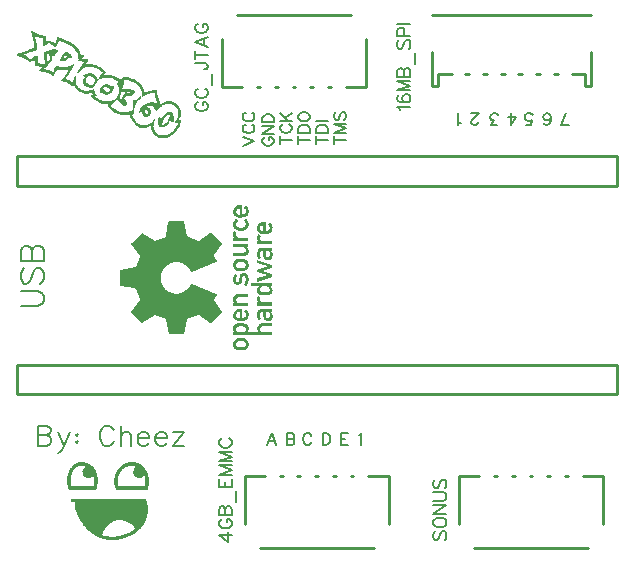
<source format=gto>
G04 Layer: TopSilkscreenLayer*
G04 EasyEDA v6.5.42, 2024-04-10 10:33:45*
G04 677a2e3dccde402284f6343da6576b70,88035802e6a84ff2a66c0cebeecd398b,10*
G04 Gerber Generator version 0.2*
G04 Scale: 100 percent, Rotated: No, Reflected: No *
G04 Dimensions in millimeters *
G04 leading zeros omitted , absolute positions ,4 integer and 5 decimal *
%FSLAX45Y45*%
%MOMM*%

%ADD10C,0.2032*%
%ADD11C,0.1700*%
%ADD12C,0.1524*%
%ADD13C,0.2540*%

%LPD*%
G36*
X1737918Y9424873D02*
G01*
X1729079Y9423450D01*
X1726996Y9421774D01*
X1714398Y9420656D01*
X1708962Y9418929D01*
X1708962Y9417710D01*
X1698498Y9415729D01*
X1696720Y9413341D01*
X1690624Y9412173D01*
X1687830Y9409125D01*
X1683105Y9408058D01*
X1681022Y9405569D01*
X1675841Y9403130D01*
X1669948Y9399016D01*
X1666544Y9395612D01*
X1664512Y9395612D01*
X1662430Y9392259D01*
X1660804Y9392259D01*
X1656537Y9388297D01*
X1637690Y9369450D01*
X1637690Y9367062D01*
X1635201Y9367062D01*
X1634185Y9362948D01*
X1630121Y9360306D01*
X1630121Y9357969D01*
X1625955Y9352991D01*
X1625955Y9351213D01*
X1621688Y9346641D01*
X1620672Y9342526D01*
X1617776Y9339630D01*
X1616608Y9333433D01*
X1613560Y9330385D01*
X1612392Y9322612D01*
X1611020Y9322612D01*
X1609242Y9317990D01*
X1608124Y9310471D01*
X1605686Y9306814D01*
X1604060Y9294520D01*
X1600606Y9280499D01*
X1601169Y9240012D01*
X1632204Y9240012D01*
X1632204Y9291167D01*
X1635251Y9295638D01*
X1636826Y9306763D01*
X1640027Y9311284D01*
X1641144Y9317939D01*
X1644396Y9322003D01*
X1644396Y9325711D01*
X1648561Y9330232D01*
X1648561Y9333382D01*
X1652524Y9338157D01*
X1653844Y9342323D01*
X1656994Y9344507D01*
X1656994Y9346692D01*
X1665782Y9357258D01*
X1670405Y9361576D01*
X1670405Y9363303D01*
X1673606Y9364980D01*
X1683816Y9372955D01*
X1685391Y9372955D01*
X1687575Y9376003D01*
X1692910Y9377832D01*
X1696364Y9381337D01*
X1699514Y9381337D01*
X1703628Y9384538D01*
X1710232Y9385655D01*
X1714550Y9388703D01*
X1726895Y9390634D01*
X1731213Y9392920D01*
X1761032Y9393072D01*
X1764842Y9390583D01*
X1778050Y9388754D01*
X1782013Y9385655D01*
X1788972Y9384487D01*
X1784654Y9382201D01*
X1783689Y9379661D01*
X1781251Y9379661D01*
X1771853Y9368993D01*
X1771853Y9367266D01*
X1769465Y9366300D01*
X1767636Y9359087D01*
X1764741Y9354058D01*
X1764182Y9328962D01*
X1766062Y9322612D01*
X1767484Y9322612D01*
X1768652Y9315043D01*
X1771650Y9312148D01*
X1772716Y9308795D01*
X1779016Y9302496D01*
X1785366Y9297568D01*
X1790344Y9296501D01*
X1790344Y9295231D01*
X1794560Y9293250D01*
X1804162Y9292183D01*
X1807921Y9289745D01*
X1821281Y9289796D01*
X1825955Y9292234D01*
X1834743Y9293402D01*
X1838553Y9296349D01*
X1843227Y9297517D01*
X1846834Y9301632D01*
X1849018Y9301632D01*
X1851101Y9304985D01*
X1853234Y9304985D01*
X1855266Y9308236D01*
X1859788Y9302089D01*
X1861769Y9288627D01*
X1864563Y9284462D01*
X1864563Y9235643D01*
X1862632Y9233306D01*
X1860804Y9224060D01*
X1860346Y9219895D01*
X1637842Y9219895D01*
X1636826Y9220860D01*
X1635201Y9233814D01*
X1632204Y9240012D01*
X1601169Y9240012D01*
X1601216Y9236659D01*
X1604010Y9231223D01*
X1605127Y9219895D01*
X1608226Y9213138D01*
X1609293Y9204756D01*
X1612290Y9200489D01*
X1613509Y9193530D01*
X1619300Y9188399D01*
X1877009Y9188856D01*
X1883359Y9198000D01*
X1884476Y9203080D01*
X1887423Y9206839D01*
X1888591Y9214866D01*
X1891080Y9217609D01*
X1892807Y9229953D01*
X1895602Y9235795D01*
X1895551Y9275216D01*
X1892757Y9281414D01*
X1891639Y9295333D01*
X1888642Y9302089D01*
X1886915Y9314383D01*
X1884324Y9317228D01*
X1883156Y9327083D01*
X1880209Y9330029D01*
X1879041Y9337598D01*
X1875993Y9340900D01*
X1874824Y9347047D01*
X1871929Y9349892D01*
X1869897Y9356140D01*
X1868170Y9357207D01*
X1865782Y9362897D01*
X1864156Y9362897D01*
X1861820Y9368485D01*
X1850948Y9380423D01*
X1849882Y9383166D01*
X1846681Y9383979D01*
X1845818Y9387332D01*
X1842363Y9388195D01*
X1841398Y9391294D01*
X1838147Y9392361D01*
X1836420Y9395612D01*
X1834591Y9395612D01*
X1828850Y9400641D01*
X1825955Y9400641D01*
X1823974Y9403740D01*
X1819554Y9404908D01*
X1816150Y9408007D01*
X1811832Y9409125D01*
X1807870Y9412224D01*
X1800809Y9413392D01*
X1797913Y9415932D01*
X1789988Y9417405D01*
X1783181Y9420606D01*
X1769262Y9421723D01*
X1763064Y9424314D01*
G37*
G36*
X1310995Y9421469D02*
G01*
X1297127Y9420148D01*
X1294231Y9417659D01*
X1284274Y9415729D01*
X1281633Y9413341D01*
X1274419Y9411462D01*
X1273556Y9409176D01*
X1268780Y9408261D01*
X1264208Y9403994D01*
X1261922Y9403994D01*
X1259840Y9400641D01*
X1258011Y9400641D01*
X1251661Y9395155D01*
X1241247Y9384792D01*
X1235506Y9376918D01*
X1231950Y9373362D01*
X1230833Y9369755D01*
X1228547Y9368891D01*
X1226413Y9362440D01*
X1223467Y9360357D01*
X1222298Y9354921D01*
X1219352Y9352127D01*
X1218184Y9345777D01*
X1215085Y9341866D01*
X1213967Y9333534D01*
X1212646Y9333534D01*
X1210868Y9328912D01*
X1209852Y9319666D01*
X1206703Y9312960D01*
X1205585Y9293707D01*
X1203248Y9283598D01*
X1203198Y9255252D01*
X1205636Y9246717D01*
X1205695Y9245854D01*
X1233830Y9245854D01*
X1233830Y9296196D01*
X1237386Y9304578D01*
X1238504Y9316313D01*
X1240942Y9318955D01*
X1242618Y9327794D01*
X1245819Y9331807D01*
X1246936Y9337802D01*
X1250086Y9341002D01*
X1251254Y9347098D01*
X1253388Y9347911D01*
X1255522Y9353245D01*
X1262329Y9362186D01*
X1273505Y9373362D01*
X1278026Y9376714D01*
X1281633Y9380220D01*
X1287780Y9382252D01*
X1288643Y9384487D01*
X1295044Y9385655D01*
X1298397Y9388754D01*
X1309116Y9390481D01*
X1312875Y9392970D01*
X1322730Y9393631D01*
X1339494Y9392920D01*
X1347063Y9389922D01*
X1356004Y9388805D01*
X1359916Y9384284D01*
X1355902Y9382607D01*
X1346200Y9373209D01*
X1341018Y9366605D01*
X1339748Y9362694D01*
X1336802Y9359747D01*
X1335582Y9351670D01*
X1332788Y9347454D01*
X1332839Y9328708D01*
X1335532Y9324695D01*
X1336751Y9317431D01*
X1340053Y9314078D01*
X1341780Y9309201D01*
X1344117Y9309201D01*
X1344117Y9307068D01*
X1355191Y9297517D01*
X1358798Y9296400D01*
X1362557Y9293453D01*
X1368856Y9292285D01*
X1371955Y9289491D01*
X1393850Y9288932D01*
X1398422Y9292285D01*
X1404620Y9293453D01*
X1407464Y9296298D01*
X1412494Y9298432D01*
X1420520Y9305848D01*
X1421841Y9305848D01*
X1423517Y9309506D01*
X1426464Y9302089D01*
X1427886Y9301175D01*
X1429766Y9278569D01*
X1432204Y9269933D01*
X1432204Y9247530D01*
X1429766Y9235795D01*
X1428648Y9220504D01*
X1427480Y9218625D01*
X1242822Y9218574D01*
X1238453Y9220555D01*
X1238402Y9224060D01*
X1236776Y9239758D01*
X1233830Y9245854D01*
X1205695Y9245854D01*
X1207160Y9224568D01*
X1209903Y9220403D01*
X1211427Y9206788D01*
X1214069Y9203842D01*
X1215136Y9194546D01*
X1220927Y9188399D01*
X1447444Y9188856D01*
X1451305Y9193377D01*
X1452473Y9200591D01*
X1454962Y9203385D01*
X1456588Y9216339D01*
X1459280Y9221520D01*
X1460855Y9243364D01*
X1459890Y9291980D01*
X1456588Y9302089D01*
X1454912Y9318650D01*
X1452524Y9321342D01*
X1451356Y9332620D01*
X1448358Y9336481D01*
X1447139Y9343542D01*
X1444142Y9347352D01*
X1442974Y9352737D01*
X1439976Y9356598D01*
X1437944Y9362897D01*
X1436420Y9362897D01*
X1434084Y9368332D01*
X1430528Y9371533D01*
X1430528Y9373768D01*
X1427175Y9375851D01*
X1427175Y9377629D01*
X1412494Y9392412D01*
X1408226Y9396425D01*
X1406601Y9396425D01*
X1404518Y9399778D01*
X1402232Y9399778D01*
X1397711Y9403943D01*
X1393342Y9405061D01*
X1390396Y9408007D01*
X1385062Y9409176D01*
X1382064Y9412122D01*
X1372616Y9413341D01*
X1372616Y9414662D01*
X1368044Y9416440D01*
X1359662Y9417507D01*
X1352600Y9420860D01*
G37*
G36*
X1236827Y9111234D02*
G01*
X1235100Y9108033D01*
X1235100Y9085529D01*
X1238148Y9082735D01*
X1265174Y9082735D01*
X1265682Y9046159D01*
X1268374Y9042044D01*
X1270254Y9031325D01*
X1272692Y9028633D01*
X1274521Y9018727D01*
X1276858Y9016085D01*
X1278026Y9009329D01*
X1281277Y9004757D01*
X1282750Y8996832D01*
X1285189Y8995054D01*
X1286408Y8987993D01*
X1289405Y8984183D01*
X1291132Y8977934D01*
X1294638Y8973464D01*
X1294638Y8969756D01*
X1297889Y8966809D01*
X1299057Y8961526D01*
X1303020Y8956802D01*
X1303020Y8953906D01*
X1307236Y8948216D01*
X1307236Y8945422D01*
X1310487Y8942476D01*
X1311554Y8937650D01*
X1314500Y8935516D01*
X1315618Y8930995D01*
X1319784Y8926474D01*
X1319834Y8924645D01*
X1324813Y8917076D01*
X1326946Y8914688D01*
X1329436Y8910218D01*
X1334058Y8903258D01*
X1335582Y8903258D01*
X1337310Y8898229D01*
X1339088Y8898229D01*
X1341170Y8893302D01*
X1348740Y8884513D01*
X1352499Y8880500D01*
X1352499Y8879484D01*
X1364640Y8865666D01*
X1389176Y8840774D01*
X1395526Y8835745D01*
X1400556Y8831122D01*
X1402842Y8831122D01*
X1402842Y8828633D01*
X1407668Y8826144D01*
X1408633Y8823553D01*
X1411122Y8823553D01*
X1413306Y8820454D01*
X1418336Y8817864D01*
X1421536Y8814358D01*
X1423720Y8814358D01*
X1425549Y8811006D01*
X1427784Y8811006D01*
X1432541Y8807196D01*
X1498447Y8807196D01*
X1498447Y8811006D01*
X1499920Y8811006D01*
X1501698Y8815578D01*
X1502867Y8821470D01*
X1505813Y8825230D01*
X1506982Y8831427D01*
X1510182Y8835542D01*
X1510182Y8839250D01*
X1514144Y8843568D01*
X1515262Y8849410D01*
X1517548Y8850274D01*
X1519682Y8856675D01*
X1522780Y8858910D01*
X1522780Y8861196D01*
X1526946Y8866174D01*
X1526946Y8868918D01*
X1529537Y8869883D01*
X1532178Y8874963D01*
X1536192Y8879027D01*
X1536192Y8881465D01*
X1538782Y8881465D01*
X1539849Y8884361D01*
X1558594Y8902395D01*
X1559864Y8902395D01*
X1565605Y8907424D01*
X1568043Y8907424D01*
X1570126Y8910777D01*
X1572006Y8910777D01*
X1579372Y8915806D01*
X1582115Y8915806D01*
X1586179Y8919057D01*
X1592427Y8920226D01*
X1596390Y8923375D01*
X1607616Y8924950D01*
X1611477Y8927490D01*
X1628038Y8929319D01*
X1638096Y8931605D01*
X1661058Y8931757D01*
X1670812Y8929217D01*
X1685848Y8927490D01*
X1689506Y8925153D01*
X1700987Y8923121D01*
X1702663Y8920937D01*
X1710740Y8919159D01*
X1714144Y8916009D01*
X1719173Y8914993D01*
X1723440Y8911640D01*
X1725422Y8911640D01*
X1731111Y8907424D01*
X1734057Y8907424D01*
X1736242Y8904325D01*
X1741271Y8901480D01*
X1747113Y8897264D01*
X1748485Y8894876D01*
X1750314Y8894876D01*
X1761388Y8885275D01*
X1768093Y8878265D01*
X1772107Y8873490D01*
X1774393Y8863685D01*
X1772615Y8856980D01*
X1765858Y8850833D01*
X1762048Y8847074D01*
X1760423Y8847074D01*
X1754784Y8841994D01*
X1752650Y8841994D01*
X1750974Y8838844D01*
X1746808Y8837828D01*
X1742287Y8833612D01*
X1739442Y8833612D01*
X1736496Y8830360D01*
X1731619Y8829294D01*
X1729536Y8826347D01*
X1722831Y8825128D01*
X1719478Y8821978D01*
X1712214Y8820353D01*
X1709369Y8817864D01*
X1702663Y8816695D01*
X1698294Y8813596D01*
X1691792Y8812530D01*
X1686306Y8810853D01*
X1686306Y8809482D01*
X1677517Y8808313D01*
X1670812Y8805265D01*
X1659331Y8803538D01*
X1655470Y8800998D01*
X1643989Y8799880D01*
X1636928Y8796832D01*
X1615440Y8795004D01*
X1606245Y8792565D01*
X1567281Y8792514D01*
X1557578Y8795105D01*
X1534922Y8796883D01*
X1530197Y8799322D01*
X1515160Y8800998D01*
X1509776Y8804097D01*
X1499768Y8805164D01*
X1498447Y8807196D01*
X1432541Y8807196D01*
X1434084Y8805976D01*
X1436420Y8805976D01*
X1437335Y8803589D01*
X1442669Y8801506D01*
X1446022Y8798610D01*
X1450086Y8797340D01*
X1453388Y8794292D01*
X1458061Y8793276D01*
X1459992Y8790940D01*
X1466138Y8788958D01*
X1468882Y8786571D01*
X1475333Y8784793D01*
X1479194Y8781796D01*
X1486204Y8780576D01*
X1490472Y8777579D01*
X1497990Y8776512D01*
X1500784Y8773972D01*
X1512265Y8772144D01*
X1515110Y8769705D01*
X1529080Y8768130D01*
X1533601Y8765641D01*
X1550873Y8764066D01*
X1565351Y8764016D01*
X1569618Y8761831D01*
X1594662Y8761526D01*
X1600352Y8763406D01*
X1633982Y8765387D01*
X1638960Y8768029D01*
X1655267Y8769604D01*
X1658213Y8772245D01*
X1671370Y8773922D01*
X1674164Y8776462D01*
X1683816Y8777630D01*
X1687575Y8780526D01*
X1697532Y8782456D01*
X1700174Y8784793D01*
X1707235Y8785961D01*
X1711045Y8788958D01*
X1718360Y8790178D01*
X1721459Y8793276D01*
X1727454Y8794394D01*
X1731314Y8797442D01*
X1736242Y8798610D01*
X1739595Y8801658D01*
X1744624Y8802827D01*
X1747977Y8805773D01*
X1754124Y8807704D01*
X1754936Y8809837D01*
X1761794Y8811869D01*
X1761794Y8813444D01*
X1769364Y8816746D01*
X1769364Y8818524D01*
X1773580Y8819540D01*
X1775663Y8822334D01*
X1781962Y8825230D01*
X1781962Y8826804D01*
X1785721Y8827973D01*
X1793239Y8834882D01*
X1796034Y8836558D01*
X1802434Y8841587D01*
X1813509Y8852611D01*
X1816354Y8853728D01*
X1816354Y8855405D01*
X1828495Y8867749D01*
X1838147Y8879586D01*
X1838147Y8881059D01*
X1841500Y8883142D01*
X1841550Y8885224D01*
X1846529Y8891016D01*
X1846529Y8893606D01*
X1849882Y8895689D01*
X1849882Y8897975D01*
X1854047Y8902496D01*
X1855165Y8907018D01*
X1858213Y8909151D01*
X1859330Y8915146D01*
X1861616Y8916009D01*
X1863699Y8922918D01*
X1866442Y8925661D01*
X1867611Y8932011D01*
X1870710Y8936380D01*
X1871827Y8943086D01*
X1874215Y8945727D01*
X1875993Y8955481D01*
X1879092Y8959850D01*
X1880158Y8970568D01*
X1882851Y8974632D01*
X1885035Y8992565D01*
X1887778Y9004300D01*
X1887169Y9047937D01*
X1884730Y9052102D01*
X1882800Y9071864D01*
X1880311Y9074759D01*
X1878533Y9087104D01*
X1876043Y9089847D01*
X1874875Y9097416D01*
X1872081Y9101632D01*
X1870405Y9109100D01*
X1866239Y9111234D01*
G37*
G36*
X2657602Y11598249D02*
G01*
X2646426Y11596319D01*
X2636215Y11592407D01*
X2626868Y11586159D01*
X2618486Y11577218D01*
X2613456Y11568480D01*
X2610612Y11560911D01*
X2608783Y11552072D01*
X2608871Y11539677D01*
X2633116Y11539677D01*
X2633472Y11553139D01*
X2636824Y11560403D01*
X2642057Y11566093D01*
X2649423Y11570004D01*
X2656484Y11571935D01*
X2662529Y11572646D01*
X2662529Y11518188D01*
X2656484Y11519001D01*
X2649118Y11520779D01*
X2643835Y11523472D01*
X2638145Y11528755D01*
X2634894Y11534292D01*
X2633116Y11539677D01*
X2608871Y11539677D01*
X2608884Y11537797D01*
X2610612Y11530076D01*
X2613253Y11522964D01*
X2617724Y11515598D01*
X2623007Y11509248D01*
X2630322Y11503609D01*
X2638653Y11499037D01*
X2648153Y11495786D01*
X2660294Y11493296D01*
X2678988Y11492484D01*
X2693568Y11494058D01*
X2705760Y11497208D01*
X2717292Y11502796D01*
X2724912Y11508994D01*
X2730957Y11516512D01*
X2735427Y11525046D01*
X2738932Y11536476D01*
X2739034Y11560810D01*
X2736646Y11569649D01*
X2733040Y11578386D01*
X2727299Y11587276D01*
X2719120Y11595862D01*
X2703322Y11577116D01*
X2709113Y11569801D01*
X2713024Y11562029D01*
X2715260Y11554409D01*
X2715158Y11542268D01*
X2712618Y11534241D01*
X2708503Y11527840D01*
X2703220Y11523319D01*
X2696260Y11520017D01*
X2686558Y11518290D01*
X2683662Y11518239D01*
X2683662Y11598249D01*
G37*
G36*
X2630119Y11485626D02*
G01*
X2621076Y11476278D01*
X2614523Y11466068D01*
X2610815Y11456466D01*
X2608783Y11446611D01*
X2608884Y11431524D01*
X2610662Y11423345D01*
X2612796Y11416792D01*
X2617724Y11407190D01*
X2624175Y11399215D01*
X2632151Y11392712D01*
X2644952Y11386362D01*
X2657246Y11383264D01*
X2669540Y11381892D01*
X2679242Y11381892D01*
X2691485Y11383264D01*
X2700883Y11385702D01*
X2710840Y11389664D01*
X2721152Y11396522D01*
X2727756Y11403533D01*
X2733446Y11412321D01*
X2736646Y11420195D01*
X2739034Y11428984D01*
X2739034Y11450066D01*
X2736646Y11459057D01*
X2732481Y11468150D01*
X2726994Y11476329D01*
X2718003Y11485626D01*
X2717139Y11485626D01*
X2700934Y11467744D01*
X2700934Y11466677D01*
X2706217Y11461597D01*
X2711196Y11454028D01*
X2713736Y11445798D01*
X2713736Y11435384D01*
X2711805Y11427155D01*
X2707792Y11419687D01*
X2702153Y11414455D01*
X2692908Y11410086D01*
X2683357Y11408003D01*
X2664764Y11408003D01*
X2653588Y11410696D01*
X2645765Y11414658D01*
X2639618Y11420805D01*
X2636824Y11426240D01*
X2634996Y11432184D01*
X2634234Y11443665D01*
X2635758Y11451031D01*
X2639669Y11458854D01*
X2647442Y11467134D01*
X2646222Y11468862D01*
X2631490Y11485524D01*
G37*
G36*
X2066086Y11461292D02*
G01*
X2062276Y11458092D01*
X2060905Y11451996D01*
X2039620Y11337493D01*
X2038553Y11335512D01*
X2035556Y11332718D01*
X1948738Y11295481D01*
X1942693Y11295481D01*
X1839975Y11365890D01*
X1835251Y11365890D01*
X1747723Y11278514D01*
X1745996Y11274552D01*
X1746808Y11271504D01*
X1817776Y11168024D01*
X1818386Y11162588D01*
X1783588Y11077549D01*
X1780286Y11074044D01*
X1776323Y11072774D01*
X1655521Y11050320D01*
X1653387Y11049203D01*
X1650847Y11046358D01*
X1650695Y10923270D01*
X1651304Y10920730D01*
X1653387Y10918342D01*
X1655470Y10917275D01*
X1776323Y10894822D01*
X1779270Y10894110D01*
X1783689Y10889996D01*
X1818386Y10805007D01*
X1817776Y10799622D01*
X1746757Y10696041D01*
X1745996Y10692942D01*
X1747723Y10688980D01*
X1835251Y10601604D01*
X1839975Y10601604D01*
X1942642Y10672064D01*
X1948738Y10672064D01*
X2035556Y10634827D01*
X2039061Y10631474D01*
X2039874Y10628934D01*
X2062073Y10509758D01*
X2065985Y10506252D01*
X2190750Y10506252D01*
X2194712Y10509758D01*
X2216302Y10625937D01*
X2217064Y10628274D01*
X2221179Y10632186D01*
X2313076Y10668812D01*
X2318664Y10668812D01*
X2414524Y10603128D01*
X2417318Y10601604D01*
X2421534Y10601604D01*
X2510180Y10690301D01*
X2510180Y10695787D01*
X2444597Y10791393D01*
X2444699Y10797794D01*
X2467508Y10840059D01*
X2467559Y10844225D01*
X2465679Y10846155D01*
X2259990Y10931296D01*
X2255977Y10931296D01*
X2253589Y10929975D01*
X2246325Y10918139D01*
X2231999Y10898682D01*
X2221433Y10887151D01*
X2209038Y10876737D01*
X2195576Y10867796D01*
X2180234Y10860278D01*
X2168042Y10855909D01*
X2154631Y10852607D01*
X2140559Y10850524D01*
X2117496Y10850524D01*
X2103424Y10852607D01*
X2088692Y10856417D01*
X2077821Y10860430D01*
X2067306Y10865256D01*
X2055418Y10872266D01*
X2042617Y10881868D01*
X2032660Y10891062D01*
X2022348Y10903458D01*
X2013356Y10916818D01*
X2005177Y10933582D01*
X1999538Y10950803D01*
X1996897Y10964875D01*
X1995576Y10978134D01*
X1995576Y10989411D01*
X1996846Y11002670D01*
X1999538Y11016742D01*
X2005177Y11034014D01*
X2013407Y11050778D01*
X2022348Y11064087D01*
X2032660Y11076482D01*
X2042617Y11085677D01*
X2054148Y11094364D01*
X2066289Y11101781D01*
X2078024Y11107267D01*
X2092553Y11112246D01*
X2104034Y11114938D01*
X2117496Y11116970D01*
X2140559Y11117021D01*
X2154631Y11114938D01*
X2167382Y11111738D01*
X2177034Y11108436D01*
X2190496Y11102441D01*
X2202942Y11095126D01*
X2216099Y11085271D01*
X2230780Y11070488D01*
X2245258Y11050930D01*
X2252980Y11038484D01*
X2255570Y11036249D01*
X2259990Y11036249D01*
X2465679Y11121390D01*
X2467559Y11123269D01*
X2467508Y11127486D01*
X2444800Y11169700D01*
X2444140Y11174425D01*
X2446070Y11178336D01*
X2510180Y11271808D01*
X2510180Y11277244D01*
X2421534Y11365890D01*
X2417318Y11365890D01*
X2414524Y11364417D01*
X2318664Y11298682D01*
X2313076Y11298682D01*
X2221179Y11335359D01*
X2217064Y11339271D01*
X2216404Y11341252D01*
X2195220Y11455196D01*
X2194509Y11458092D01*
X2190699Y11461292D01*
G37*
G36*
X2863189Y11459362D02*
G01*
X2852318Y11458041D01*
X2843428Y11455400D01*
X2835706Y11451539D01*
X2828036Y11446103D01*
X2821940Y11439601D01*
X2816910Y11431778D01*
X2813100Y11422583D01*
X2811068Y11412677D01*
X2811080Y11411204D01*
X2835351Y11411204D01*
X2837942Y11419382D01*
X2842412Y11425428D01*
X2849168Y11429898D01*
X2856636Y11432540D01*
X2864815Y11433302D01*
X2864815Y11379352D01*
X2862224Y11379352D01*
X2852420Y11381384D01*
X2846070Y11384584D01*
X2839720Y11390528D01*
X2837078Y11395659D01*
X2835452Y11400790D01*
X2835351Y11411204D01*
X2811080Y11411204D01*
X2811170Y11399520D01*
X2812846Y11391036D01*
X2816047Y11383162D01*
X2820314Y11376050D01*
X2826512Y11369090D01*
X2834487Y11363401D01*
X2845308Y11358270D01*
X2857449Y11355070D01*
X2868320Y11353749D01*
X2886100Y11353749D01*
X2899562Y11355730D01*
X2909925Y11358981D01*
X2918917Y11363452D01*
X2924657Y11367719D01*
X2931261Y11374577D01*
X2935732Y11381638D01*
X2939084Y11389614D01*
X2941116Y11398250D01*
X2942082Y11410746D01*
X2941116Y11421922D01*
X2938881Y11430863D01*
X2935071Y11439855D01*
X2929280Y11448592D01*
X2922270Y11456162D01*
X2920746Y11456162D01*
X2905810Y11438382D01*
X2905810Y11437467D01*
X2910738Y11431828D01*
X2915259Y11423192D01*
X2917545Y11415522D01*
X2917545Y11403990D01*
X2915259Y11396370D01*
X2912719Y11391341D01*
X2907080Y11385346D01*
X2900730Y11381892D01*
X2894685Y11380063D01*
X2885948Y11379200D01*
X2885948Y11459362D01*
G37*
G36*
X2617876Y11384483D02*
G01*
X2613863Y11378184D01*
X2610662Y11371630D01*
X2608783Y11363655D01*
X2608834Y11350853D01*
X2611272Y11341557D01*
X2615946Y11332718D01*
X2623515Y11324640D01*
X2623515Y11324285D01*
X2610053Y11324285D01*
X2610053Y11298682D01*
X2738069Y11298682D01*
X2738069Y11324285D01*
X2658262Y11324285D01*
X2651506Y11325606D01*
X2643987Y11328958D01*
X2638145Y11335207D01*
X2634894Y11342370D01*
X2634234Y11352834D01*
X2636266Y11359845D01*
X2640584Y11366347D01*
X2619044Y11384483D01*
G37*
G36*
X2820720Y11353088D02*
G01*
X2816758Y11347297D01*
X2812999Y11339372D01*
X2811068Y11331702D01*
X2811170Y11319510D01*
X2812846Y11311839D01*
X2816098Y11304473D01*
X2820009Y11298834D01*
X2825800Y11293043D01*
X2825800Y11292281D01*
X2812338Y11292281D01*
X2812338Y11266678D01*
X2940354Y11266678D01*
X2940354Y11292281D01*
X2860649Y11292332D01*
X2851962Y11294160D01*
X2845511Y11297716D01*
X2839923Y11303863D01*
X2837027Y11311178D01*
X2836976Y11323320D01*
X2839313Y11329060D01*
X2842920Y11334445D01*
G37*
G36*
X2610053Y11270538D02*
G01*
X2610053Y11244275D01*
X2692501Y11244275D01*
X2700883Y11241684D01*
X2706979Y11237061D01*
X2709367Y11234369D01*
X2713431Y11226038D01*
X2713380Y11212626D01*
X2710434Y11205159D01*
X2703830Y11198453D01*
X2696768Y11195100D01*
X2689199Y11193729D01*
X2610053Y11193729D01*
X2610053Y11168126D01*
X2700223Y11168126D01*
X2710230Y11170005D01*
X2722067Y11175847D01*
X2730804Y11184483D01*
X2735427Y11192357D01*
X2738882Y11201704D01*
X2739491Y11216640D01*
X2737358Y11226393D01*
X2732786Y11235486D01*
X2724505Y11244275D01*
X2738069Y11244275D01*
X2738069Y11270538D01*
G37*
G36*
X2940354Y11238585D02*
G01*
X2844647Y11238179D01*
X2834640Y11235334D01*
X2828036Y11231829D01*
X2819654Y11223498D01*
X2814929Y11213795D01*
X2812440Y11204092D01*
X2811068Y11194288D01*
X2811170Y11175492D01*
X2812999Y11165433D01*
X2816352Y11156899D01*
X2821990Y11148314D01*
X2829255Y11141862D01*
X2830830Y11143488D01*
X2844800Y11161826D01*
X2838602Y11167618D01*
X2835808Y11174831D01*
X2835249Y11194034D01*
X2836672Y11201704D01*
X2839974Y11208512D01*
X2845206Y11211966D01*
X2864714Y11212271D01*
X2903016Y11212271D01*
X2909722Y11210290D01*
X2914650Y11205819D01*
X2916732Y11199825D01*
X2918104Y11183924D01*
X2916732Y11173510D01*
X2914091Y11166348D01*
X2909417Y11161572D01*
X2905201Y11159794D01*
X2897784Y11159845D01*
X2892450Y11162284D01*
X2888589Y11167567D01*
X2887065Y11172139D01*
X2886100Y11178692D01*
X2885948Y11212271D01*
X2864714Y11212271D01*
X2865272Y11167821D01*
X2867406Y11160099D01*
X2872536Y11149634D01*
X2880055Y11142116D01*
X2888945Y11137442D01*
X2897124Y11135512D01*
X2908706Y11135461D01*
X2916326Y11137442D01*
X2924657Y11141456D01*
X2934309Y11151158D01*
X2939034Y11160760D01*
X2941777Y11172291D01*
X2941777Y11189563D01*
X2939796Y11198758D01*
X2936240Y11206022D01*
X2929382Y11212271D01*
X2940354Y11212271D01*
G37*
G36*
X2653893Y11145367D02*
G01*
X2641803Y11142522D01*
X2633573Y11138662D01*
X2625598Y11132972D01*
X2618079Y11124742D01*
X2613761Y11117580D01*
X2610815Y11110214D01*
X2608783Y11100308D01*
X2608909Y11089081D01*
X2634386Y11089081D01*
X2634894Y11099952D01*
X2637383Y11106454D01*
X2641396Y11112296D01*
X2648153Y11116716D01*
X2653385Y11118748D01*
X2663291Y11120120D01*
X2684881Y11120120D01*
X2694787Y11118748D01*
X2701290Y11116259D01*
X2707436Y11111738D01*
X2711246Y11105692D01*
X2713888Y11096955D01*
X2713228Y11086490D01*
X2711856Y11082020D01*
X2707690Y11075009D01*
X2701290Y11070183D01*
X2694381Y11067592D01*
X2684119Y11066170D01*
X2656484Y11066830D01*
X2648458Y11069421D01*
X2642057Y11073536D01*
X2638399Y11078159D01*
X2636266Y11082324D01*
X2634386Y11089081D01*
X2608909Y11089081D01*
X2608935Y11085220D01*
X2609494Y11082020D01*
X2612034Y11072520D01*
X2617368Y11062157D01*
X2629560Y11050016D01*
X2639872Y11044631D01*
X2649423Y11042091D01*
X2660294Y11040567D01*
X2688488Y11040618D01*
X2702407Y11042751D01*
X2712516Y11046409D01*
X2721356Y11052302D01*
X2730855Y11062411D01*
X2736037Y11072418D01*
X2739034Y11082020D01*
X2739034Y11103813D01*
X2736799Y11112093D01*
X2731109Y11123676D01*
X2723184Y11132312D01*
X2715717Y11138103D01*
X2706217Y11142573D01*
X2693568Y11145367D01*
G37*
G36*
X2812288Y11132921D02*
G01*
X2812643Y11105845D01*
X2901899Y11081512D01*
X2901391Y11080699D01*
X2812338Y11051946D01*
X2812338Y11033150D01*
X2902153Y11004092D01*
X2900324Y11003127D01*
X2812338Y10979048D01*
X2812338Y10951819D01*
X2940050Y10992612D01*
X2940354Y11015522D01*
X2850743Y11042294D01*
X2851708Y11043107D01*
X2940354Y11069574D01*
X2940354Y11092383D01*
X2813304Y11132921D01*
G37*
G36*
X2699715Y11025479D02*
G01*
X2693416Y11025428D01*
X2684983Y11023498D01*
X2676448Y11019332D01*
X2669082Y11012068D01*
X2664510Y11002670D01*
X2662478Y10994948D01*
X2659989Y10963605D01*
X2658110Y10957204D01*
X2654960Y10952581D01*
X2650490Y10950498D01*
X2645562Y10950498D01*
X2640685Y10951870D01*
X2635758Y10956798D01*
X2633116Y10965332D01*
X2633116Y10979607D01*
X2634945Y10988090D01*
X2638907Y10997641D01*
X2644546Y11006836D01*
X2626614Y11022177D01*
X2625445Y11022177D01*
X2620416Y11015472D01*
X2615895Y11007699D01*
X2611882Y10997539D01*
X2609342Y10986668D01*
X2608834Y10963605D01*
X2610662Y10954816D01*
X2612796Y10948263D01*
X2617419Y10939272D01*
X2625801Y10930839D01*
X2634081Y10926826D01*
X2641701Y10924895D01*
X2653944Y10924895D01*
X2661259Y10926775D01*
X2669286Y10930839D01*
X2676956Y10938662D01*
X2681732Y10948263D01*
X2683713Y10955934D01*
X2686862Y10988548D01*
X2688183Y10993221D01*
X2691028Y10997387D01*
X2695498Y10999774D01*
X2702458Y10999774D01*
X2708097Y10997031D01*
X2712364Y10991138D01*
X2714447Y10984738D01*
X2715717Y10975136D01*
X2714904Y10965535D01*
X2712516Y10955020D01*
X2708757Y10946739D01*
X2704541Y10940542D01*
X2699105Y10934090D01*
X2716784Y10916462D01*
X2722778Y10923270D01*
X2729179Y10932871D01*
X2734157Y10943132D01*
X2737408Y10952784D01*
X2739339Y10964113D01*
X2739339Y10981537D01*
X2737459Y10992358D01*
X2734716Y11000740D01*
X2731160Y11007801D01*
X2725318Y11015624D01*
X2718562Y11020755D01*
X2713380Y11023346D01*
X2706014Y11025479D01*
G37*
G36*
X2940354Y10938306D02*
G01*
X2760827Y10938002D01*
X2760472Y10912094D01*
X2826004Y10912094D01*
X2822143Y10907928D01*
X2818231Y10902797D01*
X2813608Y10894364D01*
X2812559Y10890250D01*
X2836672Y10890250D01*
X2838094Y10897057D01*
X2840380Y10901527D01*
X2845308Y10906506D01*
X2852978Y10910011D01*
X2860649Y10911738D01*
X2892653Y10911738D01*
X2901492Y10909503D01*
X2909062Y10905490D01*
X2912414Y10901527D01*
X2915666Y10894466D01*
X2916174Y10882172D01*
X2914040Y10874806D01*
X2910890Y10869828D01*
X2904845Y10865408D01*
X2896819Y10862818D01*
X2884424Y10861344D01*
X2859379Y10862056D01*
X2851200Y10864088D01*
X2843631Y10868101D01*
X2840024Y10872724D01*
X2838348Y10875924D01*
X2836773Y10882325D01*
X2836672Y10890250D01*
X2812559Y10890250D01*
X2811068Y10884357D01*
X2811068Y10873333D01*
X2812846Y10865053D01*
X2816148Y10857534D01*
X2821990Y10849356D01*
X2830576Y10842447D01*
X2837078Y10839196D01*
X2844647Y10837265D01*
X2857093Y10835894D01*
X2895600Y10835894D01*
X2908046Y10837265D01*
X2915716Y10839246D01*
X2922117Y10842244D01*
X2929737Y10848441D01*
X2935681Y10855756D01*
X2939592Y10863783D01*
X2941066Y10869269D01*
X2942183Y10879124D01*
X2940913Y10889132D01*
X2937306Y10899089D01*
X2932684Y10906353D01*
X2927400Y10912094D01*
X2940354Y10912094D01*
G37*
G36*
X2738069Y10846866D02*
G01*
X2644952Y10846409D01*
X2637282Y10844225D01*
X2626360Y10838942D01*
X2615946Y10828426D01*
X2610764Y10817656D01*
X2608783Y10809325D01*
X2608834Y10796524D01*
X2611272Y10787227D01*
X2616047Y10778134D01*
X2623515Y10770311D01*
X2623515Y10769955D01*
X2610053Y10769955D01*
X2610053Y10744352D01*
X2738069Y10744352D01*
X2738069Y10769904D01*
X2654554Y10770311D01*
X2646883Y10773206D01*
X2640888Y10777575D01*
X2637129Y10783112D01*
X2634691Y10789513D01*
X2634742Y10802315D01*
X2638399Y10810341D01*
X2645714Y10817098D01*
X2653284Y10820196D01*
X2738069Y10820603D01*
G37*
G36*
X2820162Y10834624D02*
G01*
X2816250Y10828528D01*
X2813050Y10821517D01*
X2811068Y10813846D01*
X2811170Y10801654D01*
X2812948Y10793323D01*
X2818028Y10783062D01*
X2825800Y10774781D01*
X2825800Y10774476D01*
X2812338Y10774476D01*
X2812338Y10748873D01*
X2940354Y10748873D01*
X2940354Y10774476D01*
X2860497Y10774476D01*
X2853791Y10775746D01*
X2846273Y10779099D01*
X2840634Y10785144D01*
X2838399Y10789513D01*
X2836672Y10795914D01*
X2836672Y10803128D01*
X2839008Y10810748D01*
X2842971Y10816488D01*
X2821381Y10834624D01*
G37*
G36*
X2654960Y10721949D02*
G01*
X2646222Y10720120D01*
X2638653Y10717479D01*
X2630881Y10713110D01*
X2622448Y10706150D01*
X2616403Y10698073D01*
X2611424Y10687710D01*
X2609291Y10680039D01*
X2608819Y10663377D01*
X2633065Y10663377D01*
X2633472Y10676839D01*
X2637485Y10685373D01*
X2642971Y10690707D01*
X2650540Y10694568D01*
X2659024Y10696346D01*
X2662529Y10696346D01*
X2662529Y10642396D01*
X2654554Y10643158D01*
X2647492Y10645444D01*
X2639872Y10650575D01*
X2635605Y10656620D01*
X2633065Y10663377D01*
X2608819Y10663377D01*
X2608783Y10662107D01*
X2610662Y10653826D01*
X2613964Y10645648D01*
X2618536Y10638536D01*
X2625750Y10630916D01*
X2632760Y10626140D01*
X2640482Y10622280D01*
X2648762Y10619587D01*
X2658211Y10617606D01*
X2674721Y10616438D01*
X2690418Y10617555D01*
X2700121Y10619587D01*
X2709468Y10622737D01*
X2717901Y10627360D01*
X2724505Y10632744D01*
X2729433Y10638485D01*
X2733598Y10644987D01*
X2736951Y10653166D01*
X2739339Y10664698D01*
X2739339Y10681716D01*
X2737307Y10691571D01*
X2733598Y10701172D01*
X2728823Y10709351D01*
X2719324Y10719460D01*
X2718409Y10719104D01*
X2703830Y10702036D01*
X2703423Y10700918D01*
X2709214Y10693806D01*
X2713634Y10684510D01*
X2715310Y10677499D01*
X2715209Y10667695D01*
X2713583Y10660837D01*
X2710434Y10654538D01*
X2704185Y10647934D01*
X2697429Y10644581D01*
X2689809Y10642600D01*
X2683662Y10642600D01*
X2683662Y10721949D01*
G37*
G36*
X2853639Y10720679D02*
G01*
X2841447Y10719409D01*
X2835046Y10717326D01*
X2828036Y10713770D01*
X2822651Y10709148D01*
X2817012Y10700512D01*
X2814528Y10694568D01*
X2885948Y10694568D01*
X2905455Y10694009D01*
X2910941Y10691723D01*
X2915158Y10686796D01*
X2916732Y10681970D01*
X2918104Y10666069D01*
X2916732Y10655655D01*
X2914853Y10650220D01*
X2911297Y10645089D01*
X2906115Y10642092D01*
X2901492Y10641279D01*
X2895041Y10642650D01*
X2889961Y10647019D01*
X2887167Y10653522D01*
X2886100Y10660837D01*
X2885948Y10694568D01*
X2814528Y10694568D01*
X2814167Y10693704D01*
X2811576Y10682579D01*
X2811068Y10657636D01*
X2812897Y10648086D01*
X2815691Y10640364D01*
X2819603Y10633303D01*
X2828950Y10623905D01*
X2830220Y10624718D01*
X2844901Y10643920D01*
X2839110Y10649254D01*
X2836824Y10653776D01*
X2835351Y10660583D01*
X2835351Y10677245D01*
X2837383Y10685983D01*
X2840786Y10691266D01*
X2847136Y10694466D01*
X2864815Y10694466D01*
X2864815Y10656112D01*
X2866186Y10646308D01*
X2869285Y10637164D01*
X2875330Y10628325D01*
X2882442Y10622737D01*
X2889046Y10619536D01*
X2896514Y10617606D01*
X2909316Y10617606D01*
X2916885Y10619587D01*
X2925622Y10624159D01*
X2934512Y10633557D01*
X2939034Y10642955D01*
X2941777Y10654436D01*
X2941777Y10671708D01*
X2939796Y10681004D01*
X2935630Y10688777D01*
X2929178Y10694466D01*
X2940354Y10694466D01*
X2940354Y10720679D01*
G37*
G36*
X2940354Y10599115D02*
G01*
X2845917Y10598759D01*
X2836976Y10595711D01*
X2831185Y10592816D01*
X2823260Y10586821D01*
X2817266Y10578896D01*
X2812999Y10570057D01*
X2810916Y10560507D01*
X2811526Y10546892D01*
X2814878Y10536580D01*
X2819958Y10528655D01*
X2825292Y10522915D01*
X2725267Y10522915D01*
X2725267Y10523982D01*
X2728010Y10526420D01*
X2733446Y10534091D01*
X2737358Y10541863D01*
X2739339Y10549636D01*
X2739339Y10562945D01*
X2737408Y10570565D01*
X2732125Y10581436D01*
X2722168Y10591241D01*
X2711958Y10596372D01*
X2699359Y10598759D01*
X2648762Y10598759D01*
X2636621Y10596473D01*
X2627680Y10592104D01*
X2619705Y10585602D01*
X2614066Y10577626D01*
X2611272Y10572089D01*
X2608783Y10562386D01*
X2608834Y10552684D01*
X2634386Y10552684D01*
X2636215Y10559592D01*
X2639822Y10565333D01*
X2645867Y10569498D01*
X2653893Y10572140D01*
X2666644Y10573613D01*
X2690418Y10572902D01*
X2699054Y10570972D01*
X2706776Y10566857D01*
X2710129Y10562894D01*
X2713431Y10555884D01*
X2713431Y10540492D01*
X2710129Y10533481D01*
X2706776Y10529519D01*
X2699359Y10525556D01*
X2691688Y10523372D01*
X2662885Y10522762D01*
X2650693Y10524845D01*
X2642920Y10528503D01*
X2638247Y10533176D01*
X2635656Y10538256D01*
X2634488Y10543082D01*
X2634386Y10552684D01*
X2608834Y10552684D01*
X2608834Y10549483D01*
X2611221Y10540339D01*
X2614726Y10533481D01*
X2618638Y10527741D01*
X2623007Y10522915D01*
X2610053Y10522915D01*
X2610053Y10496651D01*
X2940354Y10496651D01*
X2940354Y10522864D01*
X2855518Y10523220D01*
X2847848Y10526318D01*
X2840075Y10534091D01*
X2837180Y10541762D01*
X2836468Y10550144D01*
X2837942Y10556798D01*
X2840786Y10562894D01*
X2846120Y10568279D01*
X2852826Y10571632D01*
X2861310Y10573461D01*
X2940354Y10573461D01*
G37*
G36*
X2664612Y10474909D02*
G01*
X2651353Y10473537D01*
X2642362Y10471556D01*
X2632151Y10466781D01*
X2622499Y10459008D01*
X2616657Y10451541D01*
X2613355Y10445750D01*
X2609189Y10433608D01*
X2609032Y10425938D01*
X2634386Y10425938D01*
X2636113Y10432338D01*
X2639364Y10438790D01*
X2645003Y10443921D01*
X2651963Y10447274D01*
X2660294Y10448899D01*
X2688488Y10448899D01*
X2696159Y10447223D01*
X2704033Y10443514D01*
X2710383Y10436606D01*
X2713431Y10428478D01*
X2713431Y10415676D01*
X2710383Y10407548D01*
X2704033Y10400639D01*
X2696159Y10396931D01*
X2688488Y10395254D01*
X2659684Y10395254D01*
X2651963Y10396931D01*
X2643987Y10400792D01*
X2638958Y10406278D01*
X2636113Y10411815D01*
X2634488Y10417606D01*
X2634386Y10425938D01*
X2609032Y10425938D01*
X2608783Y10413746D01*
X2610561Y10406075D01*
X2613964Y10397134D01*
X2618587Y10390073D01*
X2623159Y10384586D01*
X2632151Y10377373D01*
X2641092Y10373156D01*
X2650744Y10370667D01*
X2664714Y10369296D01*
X2683510Y10369296D01*
X2696768Y10370616D01*
X2707487Y10373106D01*
X2717393Y10378287D01*
X2726385Y10385856D01*
X2732379Y10393781D01*
X2736697Y10402874D01*
X2739034Y10411206D01*
X2739034Y10432948D01*
X2736697Y10441279D01*
X2732532Y10450220D01*
X2726385Y10458348D01*
X2717393Y10465866D01*
X2707487Y10471048D01*
X2696768Y10473537D01*
X2683510Y10474909D01*
G37*
G36*
X902106Y13073786D02*
G01*
X901395Y13073684D01*
X898855Y13070179D01*
X900582Y13063778D01*
X903224Y13052450D01*
X905662Y13043103D01*
X912063Y13015061D01*
X920394Y12975082D01*
X924255Y12951104D01*
X926287Y12935254D01*
X924204Y12930733D01*
X918311Y12927838D01*
X892098Y12917068D01*
X866902Y12907213D01*
X827024Y12893344D01*
X811276Y12887502D01*
X795985Y12882575D01*
X777798Y12876276D01*
X772109Y12872770D01*
X772160Y12872313D01*
X834390Y12872313D01*
X837793Y12873990D01*
X838555Y12874599D01*
X845464Y12877190D01*
X849020Y12878765D01*
X852119Y12879578D01*
X866140Y12884505D01*
X892606Y12894411D01*
X943356Y12915290D01*
X945591Y12917373D01*
X946962Y12919049D01*
X947877Y12920573D01*
X949299Y12925399D01*
X944473Y12960248D01*
X940765Y12982448D01*
X931316Y13027202D01*
X933094Y13030250D01*
X934262Y13030200D01*
X952957Y13022224D01*
X958443Y13020192D01*
X975207Y13014807D01*
X986688Y13012267D01*
X990853Y13011556D01*
X994460Y13011454D01*
X999286Y13009422D01*
X999490Y13001853D01*
X998829Y12990525D01*
X998778Y12978638D01*
X998474Y12972745D01*
X998778Y12967208D01*
X998728Y12957149D01*
X998982Y12950139D01*
X1001369Y12946227D01*
X1005382Y12945770D01*
X1023416Y12955117D01*
X1035456Y12961823D01*
X1049629Y12970357D01*
X1053744Y12969697D01*
X1073759Y12953390D01*
X1099159Y12938150D01*
X1103934Y12936728D01*
X1108405Y12937642D01*
X1111808Y12940080D01*
X1119428Y12953238D01*
X1126896Y12972745D01*
X1129131Y12981381D01*
X1130655Y12988239D01*
X1131265Y12991998D01*
X1132128Y12992658D01*
X1133398Y12992811D01*
X1135227Y12992709D01*
X1141222Y12991185D01*
X1167231Y12981178D01*
X1180795Y12975183D01*
X1195120Y12968173D01*
X1197965Y12966954D01*
X1219504Y12954965D01*
X1240637Y12942824D01*
X1259687Y12928498D01*
X1272743Y12915900D01*
X1280922Y12906044D01*
X1285900Y12898323D01*
X1286560Y12896392D01*
X1289050Y12892024D01*
X1291437Y12885572D01*
X1293215Y12879273D01*
X1294079Y12874701D01*
X1294638Y12869468D01*
X1294536Y12860731D01*
X1293825Y12855600D01*
X1293622Y12851993D01*
X1291183Y12844932D01*
X1291336Y12841376D01*
X1293774Y12838633D01*
X1295146Y12838684D01*
X1300683Y12837566D01*
X1300226Y12836144D01*
X1295806Y12829387D01*
X1294384Y12825730D01*
X1295349Y12822021D01*
X1307338Y12818516D01*
X1311706Y12817602D01*
X1316786Y12816840D01*
X1324051Y12815366D01*
X1341120Y12812979D01*
X1344015Y12812268D01*
X1344828Y12810032D01*
X1336395Y12798094D01*
X1330045Y12788646D01*
X1325575Y12783210D01*
X1322120Y12778536D01*
X1312265Y12763500D01*
X1298244Y12740741D01*
X1290828Y12727940D01*
X1289710Y12723723D01*
X1290574Y12720777D01*
X1293469Y12718440D01*
X1297076Y12720015D01*
X1302867Y12725400D01*
X1311351Y12736474D01*
X1313891Y12738354D01*
X1320139Y12744450D01*
X1327404Y12750139D01*
X1329182Y12751003D01*
X1333703Y12754305D01*
X1337665Y12756794D01*
X1339138Y12758064D01*
X1341221Y12758724D01*
X1345844Y12761214D01*
X1355140Y12765074D01*
X1364488Y12768275D01*
X1372463Y12770002D01*
X1379016Y12771120D01*
X1380591Y12771018D01*
X1384452Y12771424D01*
X1390091Y12771526D01*
X1393698Y12771932D01*
X1398879Y12771475D01*
X1403096Y12771475D01*
X1409547Y12770408D01*
X1415745Y12769646D01*
X1429816Y12766090D01*
X1438706Y12762890D01*
X1447800Y12759334D01*
X1477822Y12742113D01*
X1496364Y12728295D01*
X1499514Y12725603D01*
X1503070Y12722148D01*
X1503273Y12719710D01*
X1499362Y12714427D01*
X1491132Y12704978D01*
X1483614Y12693954D01*
X1471371Y12673279D01*
X1465275Y12660833D01*
X1464157Y12660884D01*
X1463548Y12662865D01*
X1461211Y12667284D01*
X1459687Y12670840D01*
X1457553Y12674549D01*
X1455674Y12678664D01*
X1453286Y12682321D01*
X1451406Y12686233D01*
X1445869Y12692481D01*
X1443685Y12695428D01*
X1442110Y12696952D01*
X1438198Y12700000D01*
X1429715Y12706096D01*
X1414983Y12712496D01*
X1410563Y12713614D01*
X1405636Y12714376D01*
X1402334Y12715138D01*
X1399235Y12715595D01*
X1390853Y12715951D01*
X1383233Y12715595D01*
X1379626Y12714782D01*
X1375968Y12714478D01*
X1368552Y12712750D01*
X1351686Y12705791D01*
X1349349Y12704521D01*
X1340662Y12697663D01*
X1340104Y12693446D01*
X1341678Y12690094D01*
X1347012Y12688824D01*
X1351737Y12686131D01*
X1342948Y12669926D01*
X1340916Y12663068D01*
X1339100Y12654940D01*
X1359814Y12654940D01*
X1362252Y12663119D01*
X1363878Y12667589D01*
X1365808Y12671806D01*
X1379423Y12688417D01*
X1385265Y12690703D01*
X1398270Y12689840D01*
X1409750Y12686690D01*
X1412900Y12685369D01*
X1417675Y12682829D01*
X1426362Y12677648D01*
X1434033Y12669266D01*
X1437538Y12663627D01*
X1439164Y12660528D01*
X1440078Y12657531D01*
X1439214Y12653518D01*
X1427988Y12636195D01*
X1418640Y12619583D01*
X1415846Y12617754D01*
X1409852Y12617551D01*
X1404213Y12617805D01*
X1394612Y12618872D01*
X1386890Y12621260D01*
X1372870Y12629286D01*
X1370584Y12631877D01*
X1364843Y12636500D01*
X1362202Y12641630D01*
X1360932Y12644628D01*
X1360373Y12646761D01*
X1360017Y12649758D01*
X1359814Y12654940D01*
X1339100Y12654940D01*
X1338326Y12648082D01*
X1338376Y12641681D01*
X1338732Y12637871D01*
X1339291Y12634671D01*
X1340154Y12632283D01*
X1340358Y12630658D01*
X1343812Y12622987D01*
X1349654Y12614554D01*
X1354124Y12610033D01*
X1371600Y12600025D01*
X1376476Y12598146D01*
X1383080Y12596469D01*
X1390294Y12595250D01*
X1398828Y12594386D01*
X1410563Y12594183D01*
X1413814Y12594539D01*
X1420012Y12594793D01*
X1424228Y12595606D01*
X1426159Y12596215D01*
X1429207Y12597587D01*
X1430985Y12599974D01*
X1432255Y12602108D01*
X1433931Y12605664D01*
X1434388Y12609779D01*
X1437741Y12617450D01*
X1448612Y12636246D01*
X1453794Y12643256D01*
X1458569Y12647625D01*
X1462176Y12652654D01*
X1464919Y12657378D01*
X1471168Y12659461D01*
X1472641Y12659766D01*
X1476349Y12662662D01*
X1478584Y12664084D01*
X1481074Y12665354D01*
X1481582Y12665913D01*
X1491132Y12670485D01*
X1494637Y12671907D01*
X1503883Y12674803D01*
X1505204Y12674955D01*
X1507540Y12675819D01*
X1516532Y12677546D01*
X1517345Y12677444D01*
X1524965Y12678410D01*
X1527606Y12678308D01*
X1530959Y12678562D01*
X1538224Y12678562D01*
X1548333Y12677800D01*
X1559814Y12676073D01*
X1571447Y12673431D01*
X1580032Y12670993D01*
X1595831Y12665151D01*
X1608683Y12659563D01*
X1622247Y12651689D01*
X1629460Y12647269D01*
X1635607Y12642900D01*
X1634489Y12639548D01*
X1624990Y12635230D01*
X1621231Y12631928D01*
X1619808Y12628524D01*
X1620012Y12625222D01*
X1623923Y12621006D01*
X1626514Y12617704D01*
X1630426Y12612065D01*
X1635353Y12603632D01*
X1636217Y12600889D01*
X1637944Y12596977D01*
X1638503Y12594539D01*
X1639671Y12591440D01*
X1640992Y12585395D01*
X1642059Y12576759D01*
X1642364Y12569190D01*
X1641906Y12567107D01*
X1641398Y12561265D01*
X1639773Y12551765D01*
X1633778Y12535763D01*
X1629816Y12528042D01*
X1627073Y12523317D01*
X1622066Y12516815D01*
X1645869Y12516815D01*
X1646936Y12519710D01*
X1655419Y12536424D01*
X1658061Y12546177D01*
X1661566Y12552984D01*
X1664462Y12554356D01*
X1668221Y12555372D01*
X1677416Y12557150D01*
X1682597Y12557912D01*
X1685086Y12557912D01*
X1690116Y12558369D01*
X1692960Y12558318D01*
X1695297Y12556490D01*
X1695323Y12555778D01*
X1710436Y12555778D01*
X1711960Y12555626D01*
X1716481Y12556947D01*
X1731721Y12553645D01*
X1734362Y12552832D01*
X1736547Y12551867D01*
X1739442Y12549936D01*
X1738579Y12548463D01*
X1736852Y12548514D01*
X1735175Y12548158D01*
X1732381Y12547142D01*
X1724558Y12548158D01*
X1721205Y12549022D01*
X1719122Y12549835D01*
X1710639Y12554407D01*
X1710436Y12555778D01*
X1695323Y12555778D01*
X1695399Y12553746D01*
X1691030Y12546228D01*
X1686966Y12536525D01*
X1669034Y12507671D01*
X1666443Y12498527D01*
X1665427Y12495733D01*
X1663801Y12494463D01*
X1661109Y12495276D01*
X1654911Y12501270D01*
X1652778Y12504724D01*
X1648917Y12510312D01*
X1646275Y12515443D01*
X1645869Y12516815D01*
X1622066Y12516815D01*
X1615897Y12509093D01*
X1613103Y12505994D01*
X1604721Y12498324D01*
X1595729Y12491923D01*
X1590903Y12488926D01*
X1587246Y12486944D01*
X1586687Y12486436D01*
X1585772Y12486081D01*
X1583639Y12485928D01*
X1581708Y12484404D01*
X1580794Y12483947D01*
X1577492Y12482982D01*
X1570634Y12480493D01*
X1565503Y12479274D01*
X1557629Y12477902D01*
X1551279Y12477597D01*
X1549552Y12477343D01*
X1544269Y12477292D01*
X1542592Y12477089D01*
X1536039Y12477394D01*
X1523339Y12478715D01*
X1517548Y12479782D01*
X1507591Y12482068D01*
X1503730Y12483236D01*
X1488744Y12488926D01*
X1480007Y12492634D01*
X1469440Y12498019D01*
X1454912Y12507315D01*
X1449832Y12510973D01*
X1444244Y12515850D01*
X1442770Y12517374D01*
X1442161Y12518288D01*
X1442212Y12518847D01*
X1451356Y12523571D01*
X1454200Y12527584D01*
X1454404Y12530632D01*
X1452626Y12533884D01*
X1445971Y12542367D01*
X1440027Y12551359D01*
X1438351Y12554407D01*
X1435303Y12561874D01*
X1434287Y12563805D01*
X1434338Y12564414D01*
X1433931Y12565938D01*
X1432560Y12569393D01*
X1430629Y12583820D01*
X1428953Y12587173D01*
X1427073Y12586766D01*
X1422908Y12584785D01*
X1417929Y12581331D01*
X1411122Y12577013D01*
X1399895Y12572441D01*
X1391767Y12569698D01*
X1382572Y12567818D01*
X1367129Y12566751D01*
X1363624Y12567005D01*
X1357579Y12566853D01*
X1352550Y12568174D01*
X1349095Y12568834D01*
X1344574Y12569342D01*
X1323035Y12577572D01*
X1318260Y12581737D01*
X1302613Y12593370D01*
X1296060Y12601092D01*
X1292656Y12604546D01*
X1291539Y12606934D01*
X1288796Y12610795D01*
X1286306Y12614859D01*
X1283665Y12620040D01*
X1281074Y12625882D01*
X1279144Y12631013D01*
X1277772Y12635788D01*
X1276654Y12641021D01*
X1275130Y12651841D01*
X1274419Y12659207D01*
X1274826Y12674498D01*
X1275283Y12676835D01*
X1275638Y12681508D01*
X1276604Y12686588D01*
X1278077Y12697053D01*
X1277315Y12698780D01*
X1273962Y12696952D01*
X1268780Y12690754D01*
X1249172Y12653619D01*
X1244142Y12642240D01*
X1241552Y12641173D01*
X1215796Y12656261D01*
X1211376Y12657378D01*
X1194714Y12663881D01*
X1189380Y12665557D01*
X1186688Y12667945D01*
X1187399Y12669875D01*
X1189075Y12672568D01*
X1195476Y12679781D01*
X1205941Y12694869D01*
X1216558Y12709042D01*
X1227429Y12725958D01*
X1241145Y12748310D01*
X1260195Y12783261D01*
X1263650Y12790373D01*
X1264513Y12795605D01*
X1262837Y12799060D01*
X1254963Y12795554D01*
X1252321Y12793268D01*
X1251153Y12792506D01*
X1249984Y12792100D01*
X1241145Y12786461D01*
X1239621Y12785191D01*
X1237589Y12784632D01*
X1233678Y12782397D01*
X1224432Y12778130D01*
X1214628Y12774066D01*
X1201267Y12769443D01*
X1193698Y12767665D01*
X1189532Y12767056D01*
X1186942Y12766294D01*
X1181354Y12765582D01*
X1173022Y12764973D01*
X1164234Y12765074D01*
X1161948Y12764617D01*
X1156614Y12765786D01*
X1153464Y12766243D01*
X1150112Y12766294D01*
X1133500Y12771983D01*
X1130249Y12772796D01*
X1121460Y12778181D01*
X1117752Y12781127D01*
X1115415Y12780721D01*
X1113383Y12779908D01*
X1110132Y12777927D01*
X1093978Y12750698D01*
X1088847Y12738506D01*
X1083411Y12729108D01*
X1078839Y12726365D01*
X1070406Y12732207D01*
X1063345Y12735814D01*
X1051509Y12741249D01*
X1047851Y12742621D01*
X1044448Y12743637D01*
X1039926Y12744551D01*
X1032205Y12746786D01*
X1025194Y12748006D01*
X1017778Y12749580D01*
X1014577Y12749936D01*
X1011682Y12749987D01*
X1007618Y12752374D01*
X1010869Y12757048D01*
X1014069Y12759893D01*
X1036726Y12784734D01*
X1041450Y12790424D01*
X1047394Y12797129D01*
X1058062Y12810236D01*
X1062685Y12815366D01*
X1071829Y12827711D01*
X1076655Y12833553D01*
X1078484Y12837820D01*
X1078738Y12844526D01*
X1075842Y12854432D01*
X1074318Y12862255D01*
X1074013Y12864998D01*
X1074216Y12868351D01*
X1073810Y12869773D01*
X1074115Y12870637D01*
X1078382Y12868198D01*
X1080973Y12864896D01*
X1084122Y12861493D01*
X1087729Y12858445D01*
X1089101Y12857683D01*
X1092149Y12858546D01*
X1096518Y12862052D01*
X1100836Y12867538D01*
X1123899Y12906349D01*
X1124966Y12910108D01*
X1124458Y12913410D01*
X1119225Y12916408D01*
X1117092Y12916103D01*
X1112469Y12916662D01*
X1105662Y12916865D01*
X1097229Y12917424D01*
X1096721Y12917220D01*
X1094536Y12921488D01*
X1092149Y12922859D01*
X1086205Y12921640D01*
X1053896Y12909854D01*
X1009700Y12892227D01*
X1006246Y12888417D01*
X1004925Y12885216D01*
X1004112Y12882321D01*
X1003858Y12880594D01*
X1005203Y12870688D01*
X1028446Y12870688D01*
X1030020Y12875310D01*
X1037844Y12879070D01*
X1046276Y12882168D01*
X1049020Y12882473D01*
X1051102Y12878714D01*
X1051052Y12872974D01*
X1051255Y12869875D01*
X1051864Y12865760D01*
X1055166Y12850114D01*
X1056538Y12842138D01*
X1056386Y12840665D01*
X1053693Y12835585D01*
X1048664Y12831267D01*
X1039571Y12819532D01*
X1038758Y12819532D01*
X1036015Y12820446D01*
X1033830Y12832740D01*
X1031798Y12846151D01*
X1028446Y12870688D01*
X1005203Y12870688D01*
X1008989Y12843306D01*
X1013155Y12816687D01*
X1015898Y12801092D01*
X1018794Y12786207D01*
X1017219Y12784785D01*
X1016101Y12784175D01*
X1014577Y12783972D01*
X998982Y12791338D01*
X992327Y12793726D01*
X980084Y12797180D01*
X975563Y12798247D01*
X966774Y12799923D01*
X958748Y12800685D01*
X955903Y12801447D01*
X953820Y12803886D01*
X954125Y12811302D01*
X954278Y12827355D01*
X954532Y12832842D01*
X954278Y12854736D01*
X953363Y12862153D01*
X950569Y12864592D01*
X948537Y12864236D01*
X940409Y12860934D01*
X932637Y12857378D01*
X897686Y12839852D01*
X892302Y12838328D01*
X883615Y12844373D01*
X858723Y12858597D01*
X845870Y12865658D01*
X835304Y12870992D01*
X834390Y12872313D01*
X772160Y12872313D01*
X773633Y12869621D01*
X777240Y12867640D01*
X786841Y12863728D01*
X808634Y12854279D01*
X829106Y12845999D01*
X848309Y12836753D01*
X867968Y12825526D01*
X881938Y12816078D01*
X887425Y12812826D01*
X889965Y12813131D01*
X896061Y12814909D01*
X901649Y12817297D01*
X913637Y12823190D01*
X921918Y12827558D01*
X927912Y12830302D01*
X930554Y12831013D01*
X932789Y12828371D01*
X932789Y12814147D01*
X933907Y12802362D01*
X933653Y12782905D01*
X936294Y12779959D01*
X943356Y12779248D01*
X956157Y12777368D01*
X961898Y12775184D01*
X977188Y12771272D01*
X986637Y12768021D01*
X989330Y12766598D01*
X989634Y12763500D01*
X987806Y12760452D01*
X986180Y12758267D01*
X968349Y12740132D01*
X965149Y12735661D01*
X965403Y12732156D01*
X972921Y12730988D01*
X990244Y12729311D01*
X996848Y12726619D01*
X1014984Y12724130D01*
X1030325Y12720675D01*
X1045768Y12716052D01*
X1056436Y12711379D01*
X1071727Y12701930D01*
X1080312Y12694970D01*
X1083157Y12694412D01*
X1087475Y12696698D01*
X1115364Y12746837D01*
X1118717Y12749580D01*
X1121664Y12748920D01*
X1124661Y12747802D01*
X1129893Y12745466D01*
X1145387Y12742418D01*
X1151229Y12741503D01*
X1164183Y12740487D01*
X1169162Y12740640D01*
X1181100Y12741808D01*
X1190193Y12743230D01*
X1197406Y12745110D01*
X1202182Y12746075D01*
X1215237Y12750241D01*
X1216050Y12749225D01*
X1216304Y12748514D01*
X1216304Y12747498D01*
X1199642Y12718288D01*
X1191666Y12707061D01*
X1182420Y12695123D01*
X1173937Y12683540D01*
X1158341Y12663728D01*
X1151991Y12654889D01*
X1153210Y12651994D01*
X1155801Y12650622D01*
X1173327Y12645440D01*
X1181049Y12641021D01*
X1186738Y12639497D01*
X1192022Y12637820D01*
X1215085Y12627660D01*
X1245158Y12609728D01*
X1248410Y12609931D01*
X1251204Y12612166D01*
X1255826Y12621310D01*
X1259027Y12619482D01*
X1261364Y12613132D01*
X1264361Y12605918D01*
X1265631Y12603327D01*
X1268831Y12598654D01*
X1274419Y12591643D01*
X1277264Y12587020D01*
X1293215Y12570510D01*
X1304544Y12562230D01*
X1310894Y12557912D01*
X1317091Y12554305D01*
X1333652Y12547295D01*
X1342237Y12545161D01*
X1352092Y12543180D01*
X1355394Y12542774D01*
X1368094Y12542977D01*
X1379880Y12543790D01*
X1396339Y12548362D01*
X1400657Y12549378D01*
X1404823Y12550698D01*
X1409039Y12552781D01*
X1413510Y12554051D01*
X1416507Y12545161D01*
X1418590Y12540234D01*
X1419301Y12537135D01*
X1415389Y12533833D01*
X1410766Y12532868D01*
X1406398Y12529972D01*
X1406042Y12529312D01*
X1406601Y12524232D01*
X1421536Y12504369D01*
X1425803Y12500102D01*
X1433677Y12493091D01*
X1440586Y12487402D01*
X1471422Y12469977D01*
X1484731Y12463830D01*
X1500174Y12459106D01*
X1516430Y12454788D01*
X1520037Y12454229D01*
X1525066Y12453823D01*
X1535480Y12453620D01*
X1548282Y12453721D01*
X1551635Y12452045D01*
X1548282Y12447219D01*
X1545691Y12444069D01*
X1545419Y12443104D01*
X1575104Y12443104D01*
X1579575Y12449048D01*
X1583639Y12451943D01*
X1587449Y12456464D01*
X1590040Y12459157D01*
X1593392Y12462052D01*
X1598269Y12468504D01*
X1605788Y12477242D01*
X1612239Y12486640D01*
X1620266Y12498882D01*
X1622145Y12501372D01*
X1625498Y12499492D01*
X1627022Y12496444D01*
X1632356Y12488418D01*
X1640484Y12478410D01*
X1650695Y12466980D01*
X1665579Y12452908D01*
X1685493Y12437313D01*
X1690624Y12433858D01*
X1693164Y12433554D01*
X1694789Y12433706D01*
X1696770Y12434366D01*
X1700682Y12439142D01*
X1705000Y12448286D01*
X1706930Y12458954D01*
X1706981Y12467183D01*
X1706118Y12472771D01*
X1704746Y12477394D01*
X1703222Y12481204D01*
X1701749Y12483846D01*
X1701190Y12484354D01*
X1698955Y12488316D01*
X1697685Y12490145D01*
X1691436Y12496495D01*
X1690471Y12497765D01*
X1689506Y12499543D01*
X1688287Y12502591D01*
X1697228Y12518491D01*
X1700682Y12525502D01*
X1703425Y12528448D01*
X1715414Y12524181D01*
X1718056Y12523520D01*
X1728774Y12522860D01*
X1736089Y12524079D01*
X1739341Y12524943D01*
X1743049Y12526213D01*
X1749450Y12529362D01*
X1755597Y12533426D01*
X1760728Y12537389D01*
X1771142Y12548920D01*
X1776628Y12558318D01*
X1776780Y12561062D01*
X1776628Y12562840D01*
X1775968Y12564922D01*
X1772259Y12567818D01*
X1765147Y12570764D01*
X1761845Y12571882D01*
X1759915Y12572288D01*
X1755343Y12573863D01*
X1744878Y12577978D01*
X1741068Y12578435D01*
X1730146Y12580924D01*
X1725015Y12581534D01*
X1721967Y12582194D01*
X1711045Y12583261D01*
X1699209Y12583515D01*
X1695602Y12583109D01*
X1691335Y12583109D01*
X1687423Y12582550D01*
X1681988Y12582194D01*
X1671878Y12580467D01*
X1669643Y12583210D01*
X1675282Y12596317D01*
X1675993Y12600076D01*
X1679498Y12610236D01*
X1679549Y12613386D01*
X1682343Y12621768D01*
X1682445Y12624409D01*
X1683816Y12629997D01*
X1684477Y12634366D01*
X1685848Y12641021D01*
X1687271Y12653213D01*
X1687677Y12655346D01*
X1688846Y12658852D01*
X1691995Y12660782D01*
X1697380Y12659664D01*
X1702307Y12659258D01*
X1705559Y12658750D01*
X1719529Y12655753D01*
X1737715Y12650825D01*
X1756156Y12644577D01*
X1760880Y12642748D01*
X1783994Y12630302D01*
X1793493Y12623393D01*
X1806397Y12610846D01*
X1808225Y12608661D01*
X1811274Y12604445D01*
X1814830Y12600076D01*
X1816607Y12597028D01*
X1818233Y12594894D01*
X1822145Y12588392D01*
X1826361Y12579858D01*
X1828647Y12574524D01*
X1832762Y12561976D01*
X1833981Y12556490D01*
X1836369Y12539726D01*
X1837080Y12532817D01*
X1836978Y12527889D01*
X1837283Y12520879D01*
X1839975Y12517882D01*
X1843024Y12518999D01*
X1845614Y12520320D01*
X1852117Y12524486D01*
X1853844Y12525197D01*
X1857908Y12527635D01*
X1874113Y12534950D01*
X1885035Y12539167D01*
X1895297Y12542469D01*
X1897227Y12543536D01*
X1899666Y12543840D01*
X1916734Y12547498D01*
X1920392Y12547955D01*
X1922170Y12548514D01*
X1929942Y12549378D01*
X1933244Y12549428D01*
X1938832Y12549886D01*
X1940509Y12549784D01*
X1942490Y12549174D01*
X1943201Y12548565D01*
X1944928Y12545923D01*
X1944573Y12543993D01*
X1945284Y12534646D01*
X1946198Y12528245D01*
X1948484Y12516205D01*
X1949450Y12513462D01*
X1951278Y12504978D01*
X1953056Y12500203D01*
X1954022Y12496698D01*
X1957171Y12487554D01*
X1961743Y12476327D01*
X1965248Y12469012D01*
X1966061Y12465913D01*
X1967382Y12463475D01*
X1966468Y12462611D01*
X1958898Y12464084D01*
X1951228Y12466015D01*
X1947976Y12467132D01*
X1940407Y12467793D01*
X1934667Y12468606D01*
X1931670Y12468656D01*
X1926640Y12469164D01*
X1921713Y12468961D01*
X1918004Y12469114D01*
X1914448Y12468707D01*
X1909419Y12468504D01*
X1907082Y12467945D01*
X1902714Y12467488D01*
X1895703Y12466167D01*
X1883308Y12462662D01*
X1877009Y12460376D01*
X1868627Y12456769D01*
X1855165Y12449251D01*
X1848104Y12444069D01*
X1841957Y12439243D01*
X1832254Y12429896D01*
X1821891Y12416942D01*
X1815846Y12408052D01*
X1812024Y12399924D01*
X1859635Y12399924D01*
X1862480Y12403124D01*
X1868932Y12404801D01*
X1870557Y12404902D01*
X1874316Y12404394D01*
X1878126Y12403429D01*
X1882241Y12400127D01*
X1887931Y12394692D01*
X1890217Y12392202D01*
X1891436Y12387021D01*
X1890268Y12381484D01*
X1887474Y12376505D01*
X1884324Y12373711D01*
X1879041Y12372441D01*
X1875637Y12372949D01*
X1868627Y12375083D01*
X1865426Y12378029D01*
X1863394Y12380620D01*
X1862480Y12382144D01*
X1861159Y12386564D01*
X1860092Y12392406D01*
X1859737Y12395657D01*
X1859635Y12399924D01*
X1812024Y12399924D01*
X1810766Y12397333D01*
X1808378Y12388951D01*
X1808581Y12385243D01*
X1811070Y12383008D01*
X1812899Y12382754D01*
X1815896Y12384887D01*
X1817878Y12385802D01*
X1823008Y12388799D01*
X1828647Y12392710D01*
X1832813Y12395250D01*
X1834794Y12397028D01*
X1837182Y12395657D01*
X1840077Y12374270D01*
X1842160Y12368631D01*
X1844548Y12363348D01*
X1846529Y12359690D01*
X1850593Y12355220D01*
X1863242Y12347905D01*
X1868322Y12346635D01*
X1876602Y12346787D01*
X1878838Y12347194D01*
X1884324Y12349226D01*
X1887169Y12350546D01*
X1893112Y12354306D01*
X1901393Y12362281D01*
X1907438Y12371933D01*
X1909114Y12376200D01*
X1912315Y12387021D01*
X1912162Y12392914D01*
X1911451Y12399924D01*
X1910029Y12405614D01*
X1908200Y12409576D01*
X1904898Y12414605D01*
X1903018Y12417044D01*
X1898954Y12420904D01*
X1886204Y12428220D01*
X1882952Y12429083D01*
X1880463Y12429388D01*
X1876755Y12429388D01*
X1876450Y12430404D01*
X1879092Y12434265D01*
X1880971Y12434671D01*
X1886000Y12437059D01*
X1893011Y12439294D01*
X1897634Y12439954D01*
X1901748Y12440259D01*
X1907743Y12440208D01*
X1912416Y12439904D01*
X1918106Y12438126D01*
X1928368Y12434214D01*
X1935988Y12427966D01*
X1939696Y12424613D01*
X1941575Y12422581D01*
X1946249Y12416231D01*
X1947976Y12413437D01*
X1953768Y12400432D01*
X1954326Y12397943D01*
X1957781Y12395962D01*
X1959356Y12396724D01*
X1960575Y12397587D01*
X1964182Y12401499D01*
X1971293Y12409932D01*
X1979269Y12418568D01*
X1987600Y12426543D01*
X1991360Y12429642D01*
X1994154Y12432334D01*
X2002485Y12438329D01*
X2008073Y12441936D01*
X2009292Y12442444D01*
X2015998Y12446558D01*
X2023922Y12450114D01*
X2031238Y12453010D01*
X2044852Y12456312D01*
X2055875Y12457836D01*
X2065324Y12457734D01*
X2073351Y12456820D01*
X2077059Y12456160D01*
X2084628Y12454128D01*
X2092502Y12451638D01*
X2096211Y12450064D01*
X2100986Y12447676D01*
X2105507Y12445085D01*
X2110282Y12442037D01*
X2116175Y12437821D01*
X2123998Y12429845D01*
X2127351Y12426086D01*
X2131618Y12420092D01*
X2133549Y12416993D01*
X2137511Y12409119D01*
X2140915Y12399010D01*
X2142337Y12392863D01*
X2143963Y12380061D01*
X2144115Y12371984D01*
X2143658Y12365939D01*
X2142591Y12357658D01*
X2140610Y12348413D01*
X2138629Y12341098D01*
X2135378Y12331649D01*
X2132634Y12324537D01*
X2120087Y12301067D01*
X2119680Y12297206D01*
X2121916Y12294057D01*
X2130094Y12291517D01*
X2137206Y12291212D01*
X2139594Y12289840D01*
X2139645Y12288164D01*
X2134362Y12276531D01*
X2128418Y12266371D01*
X2124760Y12260529D01*
X2110028Y12239548D01*
X2107488Y12237161D01*
X2099360Y12227915D01*
X2096973Y12226086D01*
X2091486Y12220752D01*
X2083765Y12214250D01*
X2075840Y12208408D01*
X2064207Y12201296D01*
X2056282Y12197689D01*
X2044446Y12192965D01*
X2039010Y12191187D01*
X2037283Y12191187D01*
X2032812Y12190171D01*
X2025142Y12189002D01*
X2021789Y12189053D01*
X2018334Y12188647D01*
X2010105Y12188952D01*
X1994966Y12191390D01*
X1982927Y12196368D01*
X1967280Y12205309D01*
X1956968Y12213132D01*
X1947824Y12223902D01*
X1942846Y12232894D01*
X1939798Y12239142D01*
X1937867Y12244019D01*
X1935632Y12252655D01*
X1934260Y12260986D01*
X1933752Y12266422D01*
X1933651Y12272924D01*
X1934057Y12280798D01*
X1934921Y12286132D01*
X1935480Y12291212D01*
X1937004Y12297511D01*
X1937918Y12302540D01*
X1940814Y12310211D01*
X1942896Y12316714D01*
X1945792Y12326975D01*
X1949653Y12334646D01*
X1956562Y12343638D01*
X1958593Y12347956D01*
X1958390Y12350496D01*
X1955393Y12351156D01*
X1954072Y12351105D01*
X1950974Y12347600D01*
X1945487Y12333782D01*
X1940509Y12326620D01*
X1928825Y12311888D01*
X1919630Y12302591D01*
X1910791Y12295073D01*
X1905050Y12291009D01*
X1899818Y12287808D01*
X1894078Y12284710D01*
X1889506Y12282525D01*
X1878939Y12278817D01*
X1868474Y12276429D01*
X1861921Y12275515D01*
X1852675Y12275007D01*
X1843532Y12275515D01*
X1840839Y12275413D01*
X1827123Y12279122D01*
X1824837Y12279376D01*
X1812594Y12285167D01*
X1798472Y12294514D01*
X1787296Y12305538D01*
X1782470Y12310922D01*
X1774545Y12321387D01*
X1767789Y12332766D01*
X1762252Y12344095D01*
X1757121Y12357049D01*
X1755952Y12361062D01*
X1754327Y12364974D01*
X1756359Y12368885D01*
X1760575Y12368631D01*
X1763318Y12368733D01*
X1766620Y12369393D01*
X1769110Y12371374D01*
X1770989Y12375946D01*
X1769973Y12387529D01*
X1769567Y12397028D01*
X1769821Y12402769D01*
X1769465Y12409424D01*
X1766671Y12410795D01*
X1765249Y12411100D01*
X1764538Y12410033D01*
X1752396Y12402667D01*
X1743811Y12398095D01*
X1731975Y12392558D01*
X1714855Y12386868D01*
X1711706Y12386310D01*
X1708759Y12385497D01*
X1705508Y12385192D01*
X1703832Y12384735D01*
X1699717Y12384379D01*
X1696466Y12383770D01*
X1687779Y12383363D01*
X1684578Y12383617D01*
X1678228Y12383516D01*
X1666087Y12385649D01*
X1654048Y12389154D01*
X1649171Y12390170D01*
X1636674Y12395962D01*
X1608074Y12413132D01*
X1593037Y12425324D01*
X1584248Y12431877D01*
X1575612Y12440564D01*
X1575308Y12441377D01*
X1575104Y12443104D01*
X1545419Y12443104D01*
X1544574Y12440107D01*
X1545640Y12438126D01*
X1550517Y12432588D01*
X1557274Y12425527D01*
X1566875Y12416180D01*
X1571802Y12411811D01*
X1586331Y12400026D01*
X1610614Y12382703D01*
X1640027Y12367768D01*
X1658264Y12361824D01*
X1673352Y12359792D01*
X1681988Y12358928D01*
X1699412Y12360249D01*
X1702307Y12360656D01*
X1717649Y12364008D01*
X1726793Y12366396D01*
X1729028Y12366396D01*
X1730502Y12363551D01*
X1732432Y12358471D01*
X1738630Y12344704D01*
X1741474Y12336272D01*
X1747723Y12323521D01*
X1756257Y12307366D01*
X1773783Y12285726D01*
X1779828Y12279071D01*
X1790598Y12271248D01*
X1800098Y12264948D01*
X1815033Y12257481D01*
X1821230Y12255347D01*
X1825396Y12254179D01*
X1829054Y12253417D01*
X1844039Y12251588D01*
X1851101Y12251080D01*
X1854707Y12251283D01*
X1877923Y12255652D01*
X1880819Y12256516D01*
X1890318Y12260427D01*
X1901952Y12265761D01*
X1909064Y12268504D01*
X1911146Y12268962D01*
X1912620Y12265710D01*
X1912721Y12257481D01*
X1913026Y12254179D01*
X1913483Y12251842D01*
X1914753Y12248388D01*
X1916531Y12242546D01*
X1918919Y12233554D01*
X1921560Y12226594D01*
X1925929Y12217095D01*
X1927707Y12213793D01*
X1930298Y12209830D01*
X1941474Y12195606D01*
X1952955Y12186462D01*
X1959864Y12181586D01*
X1964436Y12178639D01*
X1986940Y12168530D01*
X1996389Y12166752D01*
X2008886Y12164771D01*
X2012645Y12164669D01*
X2017217Y12164923D01*
X2033219Y12166854D01*
X2036521Y12167514D01*
X2044496Y12169952D01*
X2062124Y12176150D01*
X2077720Y12185243D01*
X2086356Y12190526D01*
X2099614Y12201398D01*
X2110638Y12211050D01*
X2126488Y12229236D01*
X2129485Y12233097D01*
X2143963Y12253874D01*
X2154326Y12271806D01*
X2161743Y12288062D01*
X2167026Y12300407D01*
X2170379Y12309246D01*
X2171039Y12312243D01*
X2169820Y12315190D01*
X2167382Y12315799D01*
X2161438Y12315901D01*
X2154021Y12315698D01*
X2153107Y12316561D01*
X2151938Y12318949D01*
X2160320Y12344552D01*
X2162911Y12356896D01*
X2164638Y12367768D01*
X2165045Y12373813D01*
X2164994Y12389612D01*
X2163368Y12400940D01*
X2160981Y12412218D01*
X2159406Y12417044D01*
X2153005Y12431268D01*
X2150668Y12435992D01*
X2142947Y12445085D01*
X2136292Y12452553D01*
X2116734Y12466370D01*
X2098751Y12474346D01*
X2095754Y12475362D01*
X2082952Y12478664D01*
X2067204Y12480645D01*
X2057450Y12479934D01*
X2050135Y12479020D01*
X2043785Y12477902D01*
X2037842Y12476581D01*
X2033168Y12475210D01*
X2008378Y12465507D01*
X2003755Y12463983D01*
X1994712Y12457988D01*
X1986635Y12451994D01*
X1985518Y12452553D01*
X1984095Y12452756D01*
X1983079Y12452654D01*
X1986889Y12457887D01*
X1991258Y12464643D01*
X1991512Y12470688D01*
X1980895Y12492126D01*
X1978456Y12497968D01*
X1972005Y12516713D01*
X1970379Y12523774D01*
X1968296Y12531445D01*
X1967382Y12535966D01*
X1965604Y12549835D01*
X1965045Y12556693D01*
X1964842Y12567818D01*
X1964080Y12571272D01*
X1961235Y12572847D01*
X1953412Y12573050D01*
X1948535Y12572847D01*
X1919732Y12570002D01*
X1913026Y12568936D01*
X1897532Y12565278D01*
X1892046Y12563805D01*
X1879041Y12559131D01*
X1870202Y12557455D01*
X1862531Y12554051D01*
X1860702Y12552984D01*
X1857400Y12554864D01*
X1852371Y12576708D01*
X1850491Y12582398D01*
X1846275Y12593269D01*
X1838706Y12608153D01*
X1834692Y12614605D01*
X1828495Y12622631D01*
X1822399Y12629642D01*
X1816963Y12635077D01*
X1805736Y12644475D01*
X1789734Y12655092D01*
X1771751Y12663982D01*
X1755800Y12669418D01*
X1740001Y12674498D01*
X1714550Y12680797D01*
X1706168Y12682067D01*
X1684274Y12683337D01*
X1676958Y12683388D01*
X1675180Y12682931D01*
X1672793Y12681915D01*
X1671523Y12679222D01*
X1670862Y12677038D01*
X1670253Y12672771D01*
X1669846Y12666929D01*
X1668983Y12659461D01*
X1667052Y12655296D01*
X1664665Y12654737D01*
X1663395Y12654788D01*
X1631746Y12674346D01*
X1599895Y12689281D01*
X1563268Y12699288D01*
X1561592Y12699492D01*
X1553870Y12699695D01*
X1551228Y12699949D01*
X1547622Y12701168D01*
X1546250Y12701981D01*
X1534058Y12702336D01*
X1531518Y12702184D01*
X1526794Y12702336D01*
X1522679Y12701676D01*
X1518107Y12701320D01*
X1517650Y12702540D01*
X1517700Y12704165D01*
X1518005Y12705334D01*
X1525981Y12714173D01*
X1530756Y12718796D01*
X1533855Y12722555D01*
X1535277Y12726111D01*
X1534109Y12728956D01*
X1525981Y12736220D01*
X1517142Y12743434D01*
X1500581Y12756388D01*
X1481886Y12768173D01*
X1475587Y12771780D01*
X1466799Y12776301D01*
X1452118Y12783362D01*
X1434185Y12788900D01*
X1424686Y12791541D01*
X1402029Y12794183D01*
X1394358Y12794132D01*
X1390650Y12794335D01*
X1386078Y12794894D01*
X1377238Y12794284D01*
X1359763Y12790017D01*
X1358239Y12789916D01*
X1357579Y12790170D01*
X1357172Y12791287D01*
X1357172Y12792252D01*
X1365808Y12805613D01*
X1368348Y12809067D01*
X1372463Y12814096D01*
X1375257Y12817144D01*
X1381607Y12828727D01*
X1381506Y12830810D01*
X1378864Y12832334D01*
X1359865Y12834416D01*
X1354175Y12837007D01*
X1334312Y12839395D01*
X1330502Y12841681D01*
X1330604Y12843408D01*
X1343253Y12862255D01*
X1347622Y12868452D01*
X1349044Y12872669D01*
X1348333Y12873685D01*
X1345742Y12873482D01*
X1336700Y12871805D01*
X1331264Y12871450D01*
X1318361Y12867792D01*
X1315923Y12870230D01*
X1315974Y12874193D01*
X1315466Y12879476D01*
X1313942Y12890550D01*
X1310081Y12902387D01*
X1307388Y12908280D01*
X1304036Y12913918D01*
X1293571Y12930124D01*
X1280210Y12942925D01*
X1273657Y12948920D01*
X1254709Y12962839D01*
X1233017Y12976047D01*
X1205230Y12990169D01*
X1185468Y12999059D01*
X1166368Y13007340D01*
X1146860Y13013994D01*
X1129030Y13020446D01*
X1122222Y13022681D01*
X1119124Y13023138D01*
X1116177Y13021056D01*
X1113383Y13001244D01*
X1111148Y12989560D01*
X1107389Y12973253D01*
X1104087Y12967411D01*
X1102004Y12966496D01*
X1098651Y12967512D01*
X1079398Y12980822D01*
X1074877Y12983464D01*
X1060754Y12995706D01*
X1057605Y12996976D01*
X1054049Y12995656D01*
X1047292Y12992303D01*
X1037945Y12988036D01*
X1025448Y12980974D01*
X1023823Y12980517D01*
X1021130Y12980263D01*
X1020673Y12983819D01*
X1020724Y12991185D01*
X1021283Y13006374D01*
X1021384Y13016331D01*
X1020673Y13024815D01*
X1020267Y13027304D01*
X1019454Y13030352D01*
X1016508Y13031215D01*
X993698Y13035026D01*
X981608Y13038023D01*
X972159Y13041020D01*
X943102Y13053720D01*
X904748Y13073126D01*
G37*
G36*
X1185265Y12899796D02*
G01*
X1184249Y12899542D01*
X1181658Y12897510D01*
X1172921Y12883743D01*
X1169212Y12879628D01*
X1149634Y12845897D01*
X1173988Y12845897D01*
X1174292Y12848132D01*
X1185164Y12866725D01*
X1188415Y12870332D01*
X1192682Y12870180D01*
X1201724Y12865049D01*
X1202588Y12861594D01*
X1194104Y12852196D01*
X1186434Y12847218D01*
X1179474Y12844576D01*
X1177086Y12844678D01*
X1175613Y12845034D01*
X1173988Y12845897D01*
X1149634Y12845897D01*
X1141120Y12831267D01*
X1140561Y12825628D01*
X1141933Y12822834D01*
X1147318Y12820548D01*
X1158138Y12818973D01*
X1161237Y12818719D01*
X1170076Y12818922D01*
X1181303Y12820954D01*
X1189329Y12824307D01*
X1192580Y12825933D01*
X1194054Y12827000D01*
X1195527Y12827711D01*
X1204112Y12833908D01*
X1213459Y12843256D01*
X1217523Y12848183D01*
X1220165Y12848234D01*
X1222756Y12847878D01*
X1236116Y12844170D01*
X1239316Y12845237D01*
X1242263Y12848386D01*
X1243025Y12854025D01*
X1241907Y12859766D01*
X1241094Y12862661D01*
X1239113Y12867640D01*
X1232408Y12876885D01*
X1226667Y12881406D01*
X1204468Y12893649D01*
X1200404Y12895529D01*
X1194816Y12897764D01*
X1191463Y12898831D01*
X1188415Y12899542D01*
G37*
G36*
X1534972Y12623444D02*
G01*
X1532128Y12623241D01*
X1524609Y12621971D01*
X1520647Y12621006D01*
X1517142Y12619837D01*
X1511808Y12617399D01*
X1502867Y12611963D01*
X1501749Y12611100D01*
X1499108Y12608407D01*
X1494739Y12604750D01*
X1490319Y12599060D01*
X1484735Y12589154D01*
X1510182Y12589154D01*
X1510284Y12590068D01*
X1512874Y12593320D01*
X1516989Y12595352D01*
X1519834Y12596520D01*
X1522323Y12597282D01*
X1525981Y12597892D01*
X1533245Y12598298D01*
X1535582Y12598044D01*
X1542186Y12596571D01*
X1547063Y12593777D01*
X1555242Y12588189D01*
X1559356Y12584887D01*
X1562303Y12582042D01*
X1565097Y12578892D01*
X1568297Y12574676D01*
X1568958Y12571577D01*
X1566824Y12567158D01*
X1560880Y12562027D01*
X1550416Y12557709D01*
X1543710Y12557506D01*
X1536039Y12559538D01*
X1526946Y12564567D01*
X1520494Y12571628D01*
X1517599Y12575184D01*
X1512519Y12583261D01*
X1511198Y12585801D01*
X1510436Y12587833D01*
X1510182Y12589154D01*
X1484735Y12589154D01*
X1481328Y12581839D01*
X1479905Y12574473D01*
X1478788Y12570053D01*
X1479143Y12567767D01*
X1478940Y12564618D01*
X1479042Y12555677D01*
X1480616Y12549987D01*
X1484376Y12549174D01*
X1488135Y12552273D01*
X1493266Y12559538D01*
X1495044Y12561570D01*
X1498650Y12557963D01*
X1501749Y12553543D01*
X1502918Y12551511D01*
X1511960Y12543282D01*
X1522628Y12537186D01*
X1532026Y12534341D01*
X1542135Y12534290D01*
X1551838Y12536068D01*
X1557934Y12538202D01*
X1567586Y12542926D01*
X1569618Y12544958D01*
X1571244Y12546177D01*
X1573580Y12547447D01*
X1579372Y12553442D01*
X1583334Y12557150D01*
X1593951Y12575438D01*
X1594967Y12580315D01*
X1595882Y12583566D01*
X1597355Y12587630D01*
X1597406Y12593726D01*
X1597202Y12597231D01*
X1595729Y12607442D01*
X1592935Y12611506D01*
X1588719Y12609525D01*
X1586280Y12608153D01*
X1584655Y12606883D01*
X1581251Y12603073D01*
X1577136Y12601651D01*
X1576120Y12602362D01*
X1571802Y12607747D01*
X1560423Y12616383D01*
X1554175Y12619431D01*
X1550162Y12621158D01*
X1545386Y12622885D01*
G37*
G36*
X1826056Y12522911D02*
G01*
X1821027Y12521133D01*
X1816354Y12515748D01*
X1813966Y12512497D01*
X1805432Y12504826D01*
X1797812Y12498984D01*
X1795373Y12497663D01*
X1791665Y12495225D01*
X1781657Y12491110D01*
X1775561Y12488926D01*
X1766163Y12486487D01*
X1763775Y12485420D01*
X1761489Y12484100D01*
X1759762Y12482830D01*
X1759102Y12481915D01*
X1757781Y12477750D01*
X1761236Y12464440D01*
X1761998Y12459817D01*
X1762810Y12449810D01*
X1762912Y12444882D01*
X1762404Y12438329D01*
X1761388Y12433554D01*
X1759102Y12425172D01*
X1757425Y12420701D01*
X1757629Y12416688D01*
X1759661Y12413183D01*
X1763826Y12412573D01*
X1764842Y12412116D01*
X1769008Y12415113D01*
X1771904Y12420498D01*
X1775968Y12433350D01*
X1776679Y12436551D01*
X1785670Y12456160D01*
X1792986Y12468301D01*
X1805279Y12485573D01*
X1808886Y12488926D01*
X1811629Y12491821D01*
X1815541Y12496596D01*
X1819148Y12499543D01*
X1824736Y12504928D01*
X1827072Y12506350D01*
X1828546Y12507518D01*
X1831492Y12512598D01*
X1831593Y12515545D01*
X1831035Y12518237D01*
X1830374Y12519812D01*
G37*
G36*
X2073859Y12390018D02*
G01*
X2063140Y12389307D01*
X2060905Y12388900D01*
X2052523Y12385852D01*
X2048103Y12383922D01*
X2042210Y12380620D01*
X2036267Y12376404D01*
X2032660Y12373457D01*
X2027834Y12368987D01*
X2020316Y12361418D01*
X2012899Y12351156D01*
X2001824Y12332106D01*
X1998421Y12331801D01*
X1994560Y12335510D01*
X1991309Y12338304D01*
X1986229Y12342215D01*
X1981454Y12344146D01*
X1978202Y12343638D01*
X1975256Y12340234D01*
X1974748Y12339320D01*
X1973224Y12333782D01*
X1971192Y12322048D01*
X1970684Y12312040D01*
X1970786Y12310211D01*
X1970633Y12309195D01*
X1971598Y12299696D01*
X1973376Y12288316D01*
X1974405Y12285421D01*
X2004872Y12285421D01*
X2005228Y12289078D01*
X2022043Y12328144D01*
X2030018Y12341098D01*
X2039061Y12351562D01*
X2047849Y12358928D01*
X2055672Y12363043D01*
X2060244Y12364516D01*
X2062022Y12364872D01*
X2064105Y12364872D01*
X2067610Y12364262D01*
X2069795Y12363500D01*
X2071979Y12362027D01*
X2073452Y12360300D01*
X2073808Y12356998D01*
X2070963Y12353137D01*
X2067306Y12342063D01*
X2063902Y12332665D01*
X2060549Y12324232D01*
X2053031Y12310567D01*
X2048662Y12304522D01*
X2043175Y12297968D01*
X2039162Y12294057D01*
X2034641Y12290653D01*
X2029104Y12287453D01*
X2018893Y12282271D01*
X2012442Y12281357D01*
X2007717Y12283033D01*
X2004872Y12285421D01*
X1974405Y12285421D01*
X1977491Y12278461D01*
X1981301Y12272365D01*
X1989074Y12263374D01*
X1996033Y12258751D01*
X2003043Y12257176D01*
X2009038Y12256262D01*
X2013762Y12257024D01*
X2021179Y12259056D01*
X2029460Y12262561D01*
X2033930Y12264898D01*
X2039772Y12269114D01*
X2047951Y12275718D01*
X2057044Y12284608D01*
X2066188Y12296952D01*
X2077008Y12315545D01*
X2078989Y12316155D01*
X2082241Y12314224D01*
X2094280Y12305639D01*
X2097227Y12304776D01*
X2100834Y12305893D01*
X2103780Y12310973D01*
X2106066Y12325350D01*
X2106574Y12331395D01*
X2106523Y12337694D01*
X2106218Y12342368D01*
X2104390Y12356947D01*
X2102764Y12360757D01*
X2102510Y12362027D01*
X2099818Y12368225D01*
X2098192Y12371222D01*
X2095855Y12374727D01*
X2094128Y12377877D01*
X2087778Y12383363D01*
X2081479Y12386818D01*
X2077770Y12388596D01*
G37*
D10*
X952500Y9732010D02*
G01*
X952500Y9560305D01*
X952500Y9732010D02*
G01*
X1026160Y9732010D01*
X1050797Y9723881D01*
X1058926Y9715754D01*
X1067054Y9699244D01*
X1067054Y9682987D01*
X1058926Y9666478D01*
X1050797Y9658350D01*
X1026160Y9650221D01*
X952500Y9650221D02*
G01*
X1026160Y9650221D01*
X1050797Y9642094D01*
X1058926Y9633965D01*
X1067054Y9617455D01*
X1067054Y9593071D01*
X1058926Y9576562D01*
X1050797Y9568434D01*
X1026160Y9560305D01*
X952500Y9560305D01*
X1129284Y9674860D02*
G01*
X1178305Y9560305D01*
X1227328Y9674860D02*
G01*
X1178305Y9560305D01*
X1162050Y9527539D01*
X1145539Y9511029D01*
X1129284Y9502902D01*
X1121155Y9502902D01*
X1289557Y9658350D02*
G01*
X1281429Y9650221D01*
X1289557Y9642094D01*
X1297686Y9650221D01*
X1289557Y9658350D01*
X1289557Y9601200D02*
G01*
X1281429Y9593071D01*
X1289557Y9584689D01*
X1297686Y9593071D01*
X1289557Y9601200D01*
X1600454Y9691115D02*
G01*
X1592326Y9707371D01*
X1576070Y9723881D01*
X1559560Y9732010D01*
X1526794Y9732010D01*
X1510537Y9723881D01*
X1494028Y9707371D01*
X1485900Y9691115D01*
X1477771Y9666478D01*
X1477771Y9625584D01*
X1485900Y9601200D01*
X1494028Y9584689D01*
X1510537Y9568434D01*
X1526794Y9560305D01*
X1559560Y9560305D01*
X1576070Y9568434D01*
X1592326Y9584689D01*
X1600454Y9601200D01*
X1654555Y9732010D02*
G01*
X1654555Y9560305D01*
X1654555Y9642094D02*
G01*
X1678939Y9666478D01*
X1695450Y9674860D01*
X1719834Y9674860D01*
X1736344Y9666478D01*
X1744471Y9642094D01*
X1744471Y9560305D01*
X1798573Y9625584D02*
G01*
X1896618Y9625584D01*
X1896618Y9642094D01*
X1888489Y9658350D01*
X1880362Y9666478D01*
X1863852Y9674860D01*
X1839468Y9674860D01*
X1822957Y9666478D01*
X1806702Y9650221D01*
X1798573Y9625584D01*
X1798573Y9609328D01*
X1806702Y9584689D01*
X1822957Y9568434D01*
X1839468Y9560305D01*
X1863852Y9560305D01*
X1880362Y9568434D01*
X1896618Y9584689D01*
X1950720Y9625584D02*
G01*
X2048763Y9625584D01*
X2048763Y9642094D01*
X2040636Y9658350D01*
X2032508Y9666478D01*
X2016252Y9674860D01*
X1991613Y9674860D01*
X1975104Y9666478D01*
X1958847Y9650221D01*
X1950720Y9625584D01*
X1950720Y9609328D01*
X1958847Y9584689D01*
X1975104Y9568434D01*
X1991613Y9560305D01*
X2016252Y9560305D01*
X2032508Y9568434D01*
X2048763Y9584689D01*
X2192781Y9674860D02*
G01*
X2102865Y9560305D01*
X2102865Y9674860D02*
G01*
X2192781Y9674860D01*
X2102865Y9560305D02*
G01*
X2192781Y9560305D01*
D11*
X2933191Y9667239D02*
G01*
X2895600Y9568687D01*
X2933191Y9667239D02*
G01*
X2970529Y9568687D01*
X2909570Y9601454D02*
G01*
X2956559Y9601454D01*
X3060700Y9667239D02*
G01*
X3060700Y9568687D01*
X3060700Y9667239D02*
G01*
X3102863Y9667239D01*
X3117088Y9662668D01*
X3121659Y9657842D01*
X3126486Y9648444D01*
X3126486Y9639045D01*
X3121659Y9629647D01*
X3117088Y9625076D01*
X3102863Y9620250D01*
X3060700Y9620250D02*
G01*
X3102863Y9620250D01*
X3117088Y9615678D01*
X3121659Y9610852D01*
X3126486Y9601454D01*
X3126486Y9587484D01*
X3121659Y9578086D01*
X3117088Y9573513D01*
X3102863Y9568687D01*
X3060700Y9568687D01*
X3270758Y9643871D02*
G01*
X3266186Y9653270D01*
X3256788Y9662668D01*
X3247390Y9667239D01*
X3228593Y9667239D01*
X3219195Y9662668D01*
X3209797Y9653270D01*
X3204972Y9643871D01*
X3200400Y9629647D01*
X3200400Y9606279D01*
X3204972Y9592310D01*
X3209797Y9582912D01*
X3219195Y9573513D01*
X3228593Y9568687D01*
X3247390Y9568687D01*
X3256788Y9573513D01*
X3266186Y9582912D01*
X3270758Y9592310D01*
X3365500Y9667239D02*
G01*
X3365500Y9568687D01*
X3365500Y9667239D02*
G01*
X3398265Y9667239D01*
X3412490Y9662668D01*
X3421888Y9653270D01*
X3426459Y9643871D01*
X3431286Y9629647D01*
X3431286Y9606279D01*
X3426459Y9592310D01*
X3421888Y9582912D01*
X3412490Y9573513D01*
X3398265Y9568687D01*
X3365500Y9568687D01*
X3517900Y9667239D02*
G01*
X3517900Y9568687D01*
X3517900Y9667239D02*
G01*
X3578859Y9667239D01*
X3517900Y9620250D02*
G01*
X3555491Y9620250D01*
X3517900Y9568687D02*
G01*
X3578859Y9568687D01*
X3670300Y9648444D02*
G01*
X3679697Y9653270D01*
X3693668Y9667239D01*
X3693668Y9568687D01*
X4681727Y12301728D02*
G01*
X4681727Y12297155D01*
X4676902Y12287758D01*
X4672329Y12282931D01*
X4662931Y12278360D01*
X4644136Y12278360D01*
X4634738Y12282931D01*
X4629911Y12287758D01*
X4625340Y12297155D01*
X4625340Y12306554D01*
X4629911Y12315952D01*
X4639309Y12329921D01*
X4686300Y12376912D01*
X4620513Y12376912D01*
X4842002Y12278360D02*
G01*
X4790440Y12278360D01*
X4818634Y12315952D01*
X4804409Y12315952D01*
X4795011Y12320524D01*
X4790440Y12325350D01*
X4785613Y12339320D01*
X4785613Y12348718D01*
X4790440Y12362687D01*
X4799838Y12372086D01*
X4813808Y12376912D01*
X4828031Y12376912D01*
X4842002Y12372086D01*
X4846827Y12367513D01*
X4851400Y12358115D01*
X4956809Y12278360D02*
G01*
X5003800Y12344145D01*
X4933441Y12344145D01*
X4956809Y12278360D02*
G01*
X4956809Y12376912D01*
X5087111Y12278360D02*
G01*
X5134102Y12278360D01*
X5138927Y12320524D01*
X5134102Y12315952D01*
X5120131Y12311126D01*
X5105908Y12311126D01*
X5091938Y12315952D01*
X5082540Y12325350D01*
X5077713Y12339320D01*
X5077713Y12348718D01*
X5082540Y12362687D01*
X5091938Y12372086D01*
X5105908Y12376912D01*
X5120131Y12376912D01*
X5134102Y12372086D01*
X5138927Y12367513D01*
X5143500Y12358115D01*
X5239511Y12292329D02*
G01*
X5244338Y12282931D01*
X5258308Y12278360D01*
X5267706Y12278360D01*
X5281929Y12282931D01*
X5291327Y12297155D01*
X5295900Y12320524D01*
X5295900Y12344145D01*
X5291327Y12362687D01*
X5281929Y12372086D01*
X5267706Y12376912D01*
X5263134Y12376912D01*
X5248909Y12372086D01*
X5239511Y12362687D01*
X5234940Y12348718D01*
X5234940Y12344145D01*
X5239511Y12329921D01*
X5248909Y12320524D01*
X5263134Y12315952D01*
X5267706Y12315952D01*
X5281929Y12320524D01*
X5291327Y12329921D01*
X5295900Y12344145D01*
X5382513Y12278360D02*
G01*
X5429504Y12376912D01*
X5448300Y12278360D02*
G01*
X5382513Y12278360D01*
X4533900Y12297155D02*
G01*
X4524502Y12292329D01*
X4510531Y12278360D01*
X4510531Y12376912D01*
D10*
X811021Y10744200D02*
G01*
X949452Y10744200D01*
X977137Y10753344D01*
X995679Y10771886D01*
X1004823Y10799571D01*
X1004823Y10818113D01*
X995679Y10845800D01*
X977137Y10864342D01*
X949452Y10873486D01*
X811021Y10873486D01*
X838707Y11063731D02*
G01*
X820165Y11045189D01*
X811021Y11017504D01*
X811021Y10980674D01*
X820165Y10952987D01*
X838707Y10934445D01*
X857250Y10934445D01*
X875537Y10943589D01*
X884936Y10952987D01*
X894079Y10971529D01*
X912621Y11026902D01*
X921765Y11045189D01*
X930910Y11054587D01*
X949452Y11063731D01*
X977137Y11063731D01*
X995679Y11045189D01*
X1004823Y11017504D01*
X1004823Y10980674D01*
X995679Y10952987D01*
X977137Y10934445D01*
X811021Y11124692D02*
G01*
X1004823Y11124692D01*
X811021Y11124692D02*
G01*
X811021Y11207750D01*
X820165Y11235689D01*
X829310Y11244834D01*
X847852Y11253978D01*
X866394Y11253978D01*
X884936Y11244834D01*
X894079Y11235689D01*
X903223Y11207750D01*
X903223Y11124692D02*
G01*
X903223Y11207750D01*
X912621Y11235689D01*
X921765Y11244834D01*
X940307Y11253978D01*
X967994Y11253978D01*
X986536Y11244834D01*
X995679Y11235689D01*
X1004823Y11207750D01*
X1004823Y11124692D01*
D11*
X2689859Y12103100D02*
G01*
X2788411Y12140692D01*
X2689859Y12178029D02*
G01*
X2788411Y12140692D01*
X2713227Y12279376D02*
G01*
X2703829Y12274804D01*
X2694431Y12265405D01*
X2689859Y12256008D01*
X2689859Y12237212D01*
X2694431Y12227813D01*
X2703829Y12218415D01*
X2713227Y12213844D01*
X2727452Y12209018D01*
X2750820Y12209018D01*
X2764790Y12213844D01*
X2774188Y12218415D01*
X2783586Y12227813D01*
X2788411Y12237212D01*
X2788411Y12256008D01*
X2783586Y12265405D01*
X2774188Y12274804D01*
X2764790Y12279376D01*
X2713227Y12380721D02*
G01*
X2703829Y12376150D01*
X2694431Y12366752D01*
X2689859Y12357354D01*
X2689859Y12338558D01*
X2694431Y12329160D01*
X2703829Y12319762D01*
X2713227Y12315189D01*
X2727452Y12310363D01*
X2750820Y12310363D01*
X2764790Y12315189D01*
X2774188Y12319762D01*
X2783586Y12329160D01*
X2788411Y12338558D01*
X2788411Y12357354D01*
X2783586Y12366752D01*
X2774188Y12376150D01*
X2764790Y12380721D01*
X2878327Y12173458D02*
G01*
X2868929Y12168886D01*
X2859531Y12159487D01*
X2854959Y12150089D01*
X2854959Y12131294D01*
X2859531Y12121895D01*
X2868929Y12112497D01*
X2878327Y12107671D01*
X2892552Y12103100D01*
X2915920Y12103100D01*
X2929890Y12107671D01*
X2939288Y12112497D01*
X2948686Y12121895D01*
X2953511Y12131294D01*
X2953511Y12150089D01*
X2948686Y12159487D01*
X2939288Y12168886D01*
X2929890Y12173458D01*
X2915920Y12173458D01*
X2915920Y12150089D02*
G01*
X2915920Y12173458D01*
X2854959Y12204445D02*
G01*
X2953511Y12204445D01*
X2854959Y12204445D02*
G01*
X2953511Y12269978D01*
X2854959Y12269978D02*
G01*
X2953511Y12269978D01*
X2854959Y12300965D02*
G01*
X2953511Y12300965D01*
X2854959Y12300965D02*
G01*
X2854959Y12333986D01*
X2859531Y12347955D01*
X2868929Y12357354D01*
X2878327Y12361926D01*
X2892552Y12366752D01*
X2915920Y12366752D01*
X2929890Y12361926D01*
X2939288Y12357354D01*
X2948686Y12347955D01*
X2953511Y12333986D01*
X2953511Y12300965D01*
X3007359Y12148565D02*
G01*
X3105911Y12148565D01*
X3007359Y12115800D02*
G01*
X3007359Y12181586D01*
X3030727Y12282678D02*
G01*
X3021329Y12278105D01*
X3011931Y12268708D01*
X3007359Y12259310D01*
X3007359Y12240513D01*
X3011931Y12231115D01*
X3021329Y12221718D01*
X3030727Y12217145D01*
X3044952Y12212320D01*
X3068320Y12212320D01*
X3082290Y12217145D01*
X3091688Y12221718D01*
X3101086Y12231115D01*
X3105911Y12240513D01*
X3105911Y12259310D01*
X3101086Y12268708D01*
X3091688Y12278105D01*
X3082290Y12282678D01*
X3007359Y12313665D02*
G01*
X3105911Y12313665D01*
X3007359Y12379452D02*
G01*
X3073145Y12313665D01*
X3049524Y12337287D02*
G01*
X3105911Y12379452D01*
X3159759Y12148565D02*
G01*
X3258311Y12148565D01*
X3159759Y12115800D02*
G01*
X3159759Y12181586D01*
X3159759Y12212320D02*
G01*
X3258311Y12212320D01*
X3159759Y12212320D02*
G01*
X3159759Y12245339D01*
X3164331Y12259310D01*
X3173729Y12268708D01*
X3183127Y12273534D01*
X3197352Y12278105D01*
X3220720Y12278105D01*
X3234690Y12273534D01*
X3244088Y12268708D01*
X3253486Y12259310D01*
X3258311Y12245339D01*
X3258311Y12212320D01*
X3159759Y12337287D02*
G01*
X3164331Y12327889D01*
X3173729Y12318492D01*
X3183127Y12313665D01*
X3197352Y12309094D01*
X3220720Y12309094D01*
X3234690Y12313665D01*
X3244088Y12318492D01*
X3253486Y12327889D01*
X3258311Y12337287D01*
X3258311Y12356084D01*
X3253486Y12365481D01*
X3244088Y12374626D01*
X3234690Y12379452D01*
X3220720Y12384024D01*
X3197352Y12384024D01*
X3183127Y12379452D01*
X3173729Y12374626D01*
X3164331Y12365481D01*
X3159759Y12356084D01*
X3159759Y12337287D01*
X3312159Y12148565D02*
G01*
X3410711Y12148565D01*
X3312159Y12115800D02*
G01*
X3312159Y12181586D01*
X3312159Y12212320D02*
G01*
X3410711Y12212320D01*
X3312159Y12212320D02*
G01*
X3312159Y12245339D01*
X3316731Y12259310D01*
X3326129Y12268708D01*
X3335527Y12273534D01*
X3349752Y12278105D01*
X3373120Y12278105D01*
X3387090Y12273534D01*
X3396488Y12268708D01*
X3405886Y12259310D01*
X3410711Y12245339D01*
X3410711Y12212320D01*
X3312159Y12309094D02*
G01*
X3410711Y12309094D01*
X3464559Y12148565D02*
G01*
X3563111Y12148565D01*
X3464559Y12115800D02*
G01*
X3464559Y12181586D01*
X3464559Y12212320D02*
G01*
X3563111Y12212320D01*
X3464559Y12212320D02*
G01*
X3563111Y12249912D01*
X3464559Y12287504D02*
G01*
X3563111Y12249912D01*
X3464559Y12287504D02*
G01*
X3563111Y12287504D01*
X3478529Y12384024D02*
G01*
X3469131Y12374626D01*
X3464559Y12360655D01*
X3464559Y12341860D01*
X3469131Y12327889D01*
X3478529Y12318492D01*
X3487927Y12318492D01*
X3497325Y12323063D01*
X3502152Y12327889D01*
X3506724Y12337287D01*
X3516122Y12365481D01*
X3520947Y12374626D01*
X3525520Y12379452D01*
X3534918Y12384024D01*
X3548888Y12384024D01*
X3558286Y12374626D01*
X3563111Y12360655D01*
X3563111Y12341860D01*
X3558286Y12327889D01*
X3548888Y12318492D01*
D12*
X2310996Y12473178D02*
G01*
X2300582Y12467844D01*
X2290168Y12457429D01*
X2284834Y12447270D01*
X2284834Y12426442D01*
X2290168Y12416028D01*
X2300582Y12405613D01*
X2310996Y12400279D01*
X2326490Y12395200D01*
X2352398Y12395200D01*
X2368146Y12400279D01*
X2378560Y12405613D01*
X2388974Y12416028D01*
X2394054Y12426442D01*
X2394054Y12447270D01*
X2388974Y12457429D01*
X2378560Y12467844D01*
X2368146Y12473178D01*
X2352398Y12473178D01*
X2352398Y12447270D02*
G01*
X2352398Y12473178D01*
X2310996Y12585445D02*
G01*
X2300582Y12580112D01*
X2290168Y12569697D01*
X2284834Y12559284D01*
X2284834Y12538710D01*
X2290168Y12528295D01*
X2300582Y12517881D01*
X2310996Y12512547D01*
X2326490Y12507468D01*
X2352398Y12507468D01*
X2368146Y12512547D01*
X2378560Y12517881D01*
X2388974Y12528295D01*
X2394054Y12538710D01*
X2394054Y12559284D01*
X2388974Y12569697D01*
X2378560Y12580112D01*
X2368146Y12585445D01*
X2430376Y12619736D02*
G01*
X2430376Y12713208D01*
X2284834Y12799313D02*
G01*
X2368146Y12799313D01*
X2383640Y12794234D01*
X2388974Y12788900D01*
X2394054Y12778739D01*
X2394054Y12768326D01*
X2388974Y12757912D01*
X2383640Y12752578D01*
X2368146Y12747497D01*
X2357732Y12747497D01*
X2284834Y12870179D02*
G01*
X2394054Y12870179D01*
X2284834Y12833604D02*
G01*
X2284834Y12906502D01*
X2284834Y12982194D02*
G01*
X2394054Y12940792D01*
X2284834Y12982194D02*
G01*
X2394054Y13023850D01*
X2357732Y12956286D02*
G01*
X2357732Y13008355D01*
X2310996Y13136118D02*
G01*
X2300582Y13130784D01*
X2290168Y13120370D01*
X2284834Y13110210D01*
X2284834Y13089381D01*
X2290168Y13078968D01*
X2300582Y13068554D01*
X2310996Y13063220D01*
X2326490Y13058139D01*
X2352398Y13058139D01*
X2368146Y13063220D01*
X2378560Y13068554D01*
X2388974Y13078968D01*
X2394054Y13089381D01*
X2394054Y13110210D01*
X2388974Y13120370D01*
X2378560Y13130784D01*
X2368146Y13136118D01*
X2352398Y13136118D01*
X2352398Y13110210D02*
G01*
X2352398Y13136118D01*
X4319777Y8835539D02*
G01*
X4309363Y8825125D01*
X4304284Y8809631D01*
X4304284Y8788803D01*
X4309363Y8773309D01*
X4319777Y8762895D01*
X4330191Y8762895D01*
X4340606Y8767975D01*
X4345940Y8773309D01*
X4351020Y8783723D01*
X4361434Y8814965D01*
X4366513Y8825125D01*
X4371847Y8830459D01*
X4382261Y8835539D01*
X4397756Y8835539D01*
X4408170Y8825125D01*
X4413250Y8809631D01*
X4413250Y8788803D01*
X4408170Y8773309D01*
X4397756Y8762895D01*
X4304284Y8901071D02*
G01*
X4309363Y8890657D01*
X4319777Y8880243D01*
X4330191Y8875163D01*
X4345940Y8869829D01*
X4371847Y8869829D01*
X4387341Y8875163D01*
X4397756Y8880243D01*
X4408170Y8890657D01*
X4413250Y8901071D01*
X4413250Y8921899D01*
X4408170Y8932313D01*
X4397756Y8942727D01*
X4387341Y8947807D01*
X4371847Y8953141D01*
X4345940Y8953141D01*
X4330191Y8947807D01*
X4319777Y8942727D01*
X4309363Y8932313D01*
X4304284Y8921899D01*
X4304284Y8901071D01*
X4304284Y8987431D02*
G01*
X4413250Y8987431D01*
X4304284Y8987431D02*
G01*
X4413250Y9060075D01*
X4304284Y9060075D02*
G01*
X4413250Y9060075D01*
X4304284Y9094365D02*
G01*
X4382261Y9094365D01*
X4397756Y9099445D01*
X4408170Y9109859D01*
X4413250Y9125607D01*
X4413250Y9136021D01*
X4408170Y9151515D01*
X4397756Y9161929D01*
X4382261Y9167009D01*
X4304284Y9167009D01*
X4319777Y9274197D02*
G01*
X4309363Y9263783D01*
X4304284Y9248035D01*
X4304284Y9227461D01*
X4309363Y9211713D01*
X4319777Y9201299D01*
X4330191Y9201299D01*
X4340606Y9206633D01*
X4345940Y9211713D01*
X4351020Y9222127D01*
X4361434Y9253369D01*
X4366513Y9263783D01*
X4371847Y9268863D01*
X4382261Y9274197D01*
X4397756Y9274197D01*
X4408170Y9263783D01*
X4413250Y9248035D01*
X4413250Y9227461D01*
X4408170Y9211713D01*
X4397756Y9201299D01*
X2488184Y8802370D02*
G01*
X2560827Y8750300D01*
X2560827Y8828278D01*
X2488184Y8802370D02*
G01*
X2597150Y8802370D01*
X2514091Y8940545D02*
G01*
X2503677Y8935212D01*
X2493263Y8924797D01*
X2488184Y8914384D01*
X2488184Y8893810D01*
X2493263Y8883395D01*
X2503677Y8872981D01*
X2514091Y8867647D01*
X2529840Y8862568D01*
X2555747Y8862568D01*
X2571241Y8867647D01*
X2581656Y8872981D01*
X2592070Y8883395D01*
X2597150Y8893810D01*
X2597150Y8914384D01*
X2592070Y8924797D01*
X2581656Y8935212D01*
X2571241Y8940545D01*
X2555747Y8940545D01*
X2555747Y8914384D02*
G01*
X2555747Y8940545D01*
X2488184Y8974836D02*
G01*
X2597150Y8974836D01*
X2488184Y8974836D02*
G01*
X2488184Y9021571D01*
X2493263Y9037065D01*
X2498597Y9042400D01*
X2509011Y9047479D01*
X2519425Y9047479D01*
X2529840Y9042400D01*
X2534920Y9037065D01*
X2540000Y9021571D01*
X2540000Y8974836D02*
G01*
X2540000Y9021571D01*
X2545334Y9037065D01*
X2550413Y9042400D01*
X2560827Y9047479D01*
X2576575Y9047479D01*
X2586990Y9042400D01*
X2592070Y9037065D01*
X2597150Y9021571D01*
X2597150Y8974836D01*
X2633725Y9081770D02*
G01*
X2633725Y9175242D01*
X2488184Y9209531D02*
G01*
X2597150Y9209531D01*
X2488184Y9209531D02*
G01*
X2488184Y9277095D01*
X2540000Y9209531D02*
G01*
X2540000Y9251187D01*
X2597150Y9209531D02*
G01*
X2597150Y9277095D01*
X2488184Y9311386D02*
G01*
X2597150Y9311386D01*
X2488184Y9311386D02*
G01*
X2597150Y9353042D01*
X2488184Y9394444D02*
G01*
X2597150Y9353042D01*
X2488184Y9394444D02*
G01*
X2597150Y9394444D01*
X2488184Y9428734D02*
G01*
X2597150Y9428734D01*
X2488184Y9428734D02*
G01*
X2597150Y9470389D01*
X2488184Y9512045D02*
G01*
X2597150Y9470389D01*
X2488184Y9512045D02*
G01*
X2597150Y9512045D01*
X2514091Y9624060D02*
G01*
X2503677Y9618979D01*
X2493263Y9608565D01*
X2488184Y9598152D01*
X2488184Y9577324D01*
X2493263Y9566910D01*
X2503677Y9556750D01*
X2514091Y9551415D01*
X2529840Y9546336D01*
X2555747Y9546336D01*
X2571241Y9551415D01*
X2581656Y9556750D01*
X2592070Y9566910D01*
X2597150Y9577324D01*
X2597150Y9598152D01*
X2592070Y9608565D01*
X2581656Y9618979D01*
X2571241Y9624060D01*
X4020388Y12407849D02*
G01*
X4015054Y12418263D01*
X3999560Y12433757D01*
X4108526Y12433757D01*
X4015054Y12530531D02*
G01*
X4004640Y12525197D01*
X3999560Y12509703D01*
X3999560Y12499289D01*
X4004640Y12483795D01*
X4020388Y12473381D01*
X4046296Y12468047D01*
X4072204Y12468047D01*
X4093032Y12473381D01*
X4103446Y12483795D01*
X4108526Y12499289D01*
X4108526Y12504369D01*
X4103446Y12520117D01*
X4093032Y12530531D01*
X4077538Y12535611D01*
X4072204Y12535611D01*
X4056710Y12530531D01*
X4046296Y12520117D01*
X4041216Y12504369D01*
X4041216Y12499289D01*
X4046296Y12483795D01*
X4056710Y12473381D01*
X4072204Y12468047D01*
X3999560Y12569901D02*
G01*
X4108526Y12569901D01*
X3999560Y12569901D02*
G01*
X4108526Y12611557D01*
X3999560Y12652959D02*
G01*
X4108526Y12611557D01*
X3999560Y12652959D02*
G01*
X4108526Y12652959D01*
X3999560Y12687249D02*
G01*
X4108526Y12687249D01*
X3999560Y12687249D02*
G01*
X3999560Y12734239D01*
X4004640Y12749733D01*
X4009974Y12754813D01*
X4020388Y12760147D01*
X4030802Y12760147D01*
X4041216Y12754813D01*
X4046296Y12749733D01*
X4051376Y12734239D01*
X4051376Y12687249D02*
G01*
X4051376Y12734239D01*
X4056710Y12749733D01*
X4061790Y12754813D01*
X4072204Y12760147D01*
X4087952Y12760147D01*
X4098366Y12754813D01*
X4103446Y12749733D01*
X4108526Y12734239D01*
X4108526Y12687249D01*
X4145102Y12794437D02*
G01*
X4145102Y12887909D01*
X4015054Y12994843D02*
G01*
X4004640Y12984429D01*
X3999560Y12968935D01*
X3999560Y12948107D01*
X4004640Y12932613D01*
X4015054Y12922199D01*
X4025468Y12922199D01*
X4035882Y12927279D01*
X4041216Y12932613D01*
X4046296Y12943027D01*
X4056710Y12974269D01*
X4061790Y12984429D01*
X4067124Y12989763D01*
X4077538Y12994843D01*
X4093032Y12994843D01*
X4103446Y12984429D01*
X4108526Y12968935D01*
X4108526Y12948107D01*
X4103446Y12932613D01*
X4093032Y12922199D01*
X3999560Y13029133D02*
G01*
X4108526Y13029133D01*
X3999560Y13029133D02*
G01*
X3999560Y13075869D01*
X4004640Y13091617D01*
X4009974Y13096697D01*
X4020388Y13102031D01*
X4035882Y13102031D01*
X4046296Y13096697D01*
X4051376Y13091617D01*
X4056710Y13075869D01*
X4056710Y13029133D01*
X3999560Y13136321D02*
G01*
X4108526Y13136321D01*
D13*
X2514600Y13005391D02*
G01*
X2514600Y12602791D01*
X2686088Y12602791D01*
X2812318Y12602791D02*
G01*
X2836087Y12602791D01*
X2962313Y12602791D02*
G01*
X2986087Y12602791D01*
X3112317Y12602791D02*
G01*
X3136087Y12602791D01*
X3262317Y12602791D02*
G01*
X3286086Y12602791D01*
X3412312Y12602791D02*
G01*
X3436089Y12602791D01*
X3562311Y12602791D02*
G01*
X3733800Y12602791D01*
X3733800Y13005391D01*
X2641600Y13212391D02*
G01*
X3606800Y13212391D01*
X5854694Y12012198D02*
G01*
X5854694Y11762198D01*
X774705Y11762198D01*
X774705Y12012198D01*
X5854694Y12012198D01*
X5854694Y10246898D02*
G01*
X5854694Y9996898D01*
X774705Y9996898D01*
X774705Y10246898D01*
X5854694Y10246898D01*
X5613400Y8695108D02*
G01*
X4648200Y8695108D01*
X5740400Y8902108D02*
G01*
X5740400Y9304708D01*
X5568911Y9304708D01*
X5442681Y9304708D02*
G01*
X5418912Y9304708D01*
X5292686Y9304708D02*
G01*
X5268912Y9304708D01*
X5142682Y9304708D02*
G01*
X5118912Y9304708D01*
X4992682Y9304708D02*
G01*
X4968913Y9304708D01*
X4842687Y9304708D02*
G01*
X4818910Y9304708D01*
X4692688Y9304708D02*
G01*
X4521200Y9304708D01*
X4521200Y8902108D01*
X3797300Y8695212D02*
G01*
X2832100Y8695212D01*
X3924300Y8902212D02*
G01*
X3924300Y9304812D01*
X3752811Y9304812D01*
X3626581Y9304812D02*
G01*
X3602812Y9304812D01*
X3476586Y9304812D02*
G01*
X3452812Y9304812D01*
X3326582Y9304812D02*
G01*
X3302812Y9304812D01*
X3176582Y9304812D02*
G01*
X3152813Y9304812D01*
X3026587Y9304812D02*
G01*
X3002810Y9304812D01*
X2876588Y9304812D02*
G01*
X2705100Y9304812D01*
X2705100Y8902212D01*
X5640699Y13207398D02*
G01*
X4290702Y13207398D01*
X5473832Y12707399D02*
G01*
X5590700Y12707399D01*
X5590700Y12607399D01*
X5640699Y12607399D01*
X5640699Y12894345D01*
X5323832Y12707399D02*
G01*
X5357604Y12707399D01*
X5173832Y12707399D02*
G01*
X5207604Y12707399D01*
X5023832Y12707399D02*
G01*
X5057604Y12707399D01*
X4873833Y12707399D02*
G01*
X4907605Y12707399D01*
X4723833Y12707399D02*
G01*
X4757605Y12707399D01*
X4573833Y12707399D02*
G01*
X4607605Y12707399D01*
X4290702Y12894497D02*
G01*
X4290702Y12607399D01*
X4340702Y12607399D01*
X4340702Y12707399D01*
X4457606Y12707399D01*
M02*

</source>
